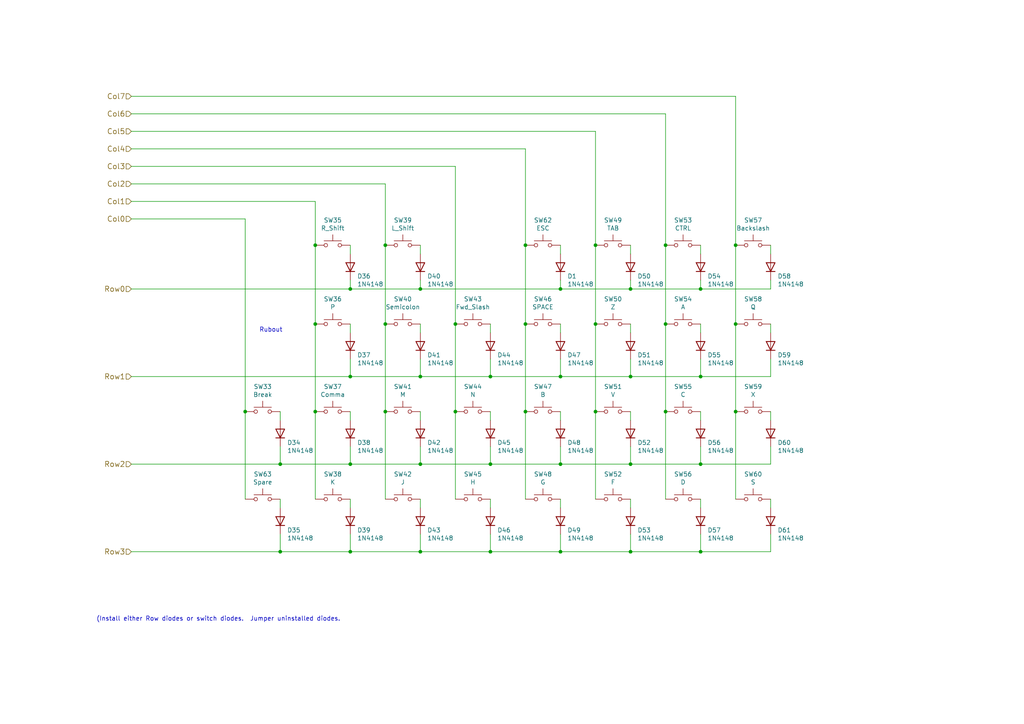
<source format=kicad_sch>
(kicad_sch (version 20230121) (generator eeschema)
  (paper "A4")
  (title_block (title "Unified Retro Keyboard") (date "2022-04-09") (rev "1.13") (company "OSIWeb.org") (comment 1 "Key Matrix 2 of 2"))
  (junction (at 193.04 93.98))
  (junction (at 81.28 160.02))
  (junction (at 172.72 119.38))
  (junction (at 142.24 160.02))
  (junction (at 162.56 109.22))
  (junction (at 152.4 119.38))
  (junction (at 203.2 83.82))
  (junction (at 152.4 71.12))
  (junction (at 111.76 119.38))
  (junction (at 81.28 134.62))
  (junction (at 132.08 119.38))
  (junction (at 91.44 71.12))
  (junction (at 101.6 83.82))
  (junction (at 101.6 160.02))
  (junction (at 162.56 160.02))
  (junction (at 121.92 109.22))
  (junction (at 121.92 83.82))
  (junction (at 213.36 71.12))
  (junction (at 182.88 160.02))
  (junction (at 121.92 134.62))
  (junction (at 142.24 109.22))
  (junction (at 121.92 160.02))
  (junction (at 182.88 134.62))
  (junction (at 182.88 83.82))
  (junction (at 132.08 93.98))
  (junction (at 91.44 119.38))
  (junction (at 203.2 109.22))
  (junction (at 152.4 93.98))
  (junction (at 71.12 119.38))
  (junction (at 172.72 71.12))
  (junction (at 101.6 134.62))
  (junction (at 213.36 93.98))
  (junction (at 101.6 109.22))
  (junction (at 142.24 134.62))
  (junction (at 91.44 93.98))
  (junction (at 172.72 93.98))
  (junction (at 111.76 93.98))
  (junction (at 213.36 119.38))
  (junction (at 162.56 134.62))
  (junction (at 203.2 134.62))
  (junction (at 111.76 71.12))
  (junction (at 193.04 119.38))
  (junction (at 182.88 109.22))
  (junction (at 193.04 71.12))
  (junction (at 203.2 160.02))
  (junction (at 162.56 83.82))
  (wire (pts (xy 101.6 93.98) (xy 101.6 96.52)))
  (wire (pts (xy 162.56 134.62) (xy 182.88 134.62)))
  (wire (pts (xy 223.52 147.32) (xy 223.52 144.78)))
  (wire (pts (xy 142.24 160.02) (xy 162.56 160.02)))
  (wire (pts (xy 132.08 119.38) (xy 132.08 144.78)))
  (wire (pts (xy 162.56 109.22) (xy 182.88 109.22)))
  (wire (pts (xy 132.08 93.98) (xy 132.08 119.38)))
  (wire (pts (xy 101.6 160.02) (xy 121.92 160.02)))
  (wire (pts (xy 121.92 104.14) (xy 121.92 109.22)))
  (wire (pts (xy 203.2 71.12) (xy 203.2 73.66)))
  (wire (pts (xy 203.2 119.38) (xy 203.2 121.92)))
  (wire (pts (xy 142.24 121.92) (xy 142.24 119.38)))
  (wire (pts (xy 38.1 109.22) (xy 101.6 109.22)))
  (wire (pts (xy 193.04 71.12) (xy 193.04 93.98)))
  (wire (pts (xy 101.6 121.92) (xy 101.6 119.38)))
  (wire (pts (xy 121.92 83.82) (xy 162.56 83.82)))
  (wire (pts (xy 182.88 96.52) (xy 182.88 93.98)))
  (wire (pts (xy 38.1 134.62) (xy 81.28 134.62)))
  (wire (pts (xy 121.92 129.54) (xy 121.92 134.62)))
  (wire (pts (xy 152.4 119.38) (xy 152.4 144.78)))
  (wire (pts (xy 121.92 109.22) (xy 142.24 109.22)))
  (wire (pts (xy 162.56 144.78) (xy 162.56 147.32)))
  (wire (pts (xy 81.28 134.62) (xy 101.6 134.62)))
  (wire (pts (xy 111.76 71.12) (xy 111.76 93.98)))
  (wire (pts (xy 182.88 71.12) (xy 182.88 73.66)))
  (wire (pts (xy 182.88 104.14) (xy 182.88 109.22)))
  (wire (pts (xy 203.2 154.94) (xy 203.2 160.02)))
  (wire (pts (xy 152.4 43.18) (xy 152.4 71.12)))
  (wire (pts (xy 38.1 48.26) (xy 132.08 48.26)))
  (wire (pts (xy 38.1 38.1) (xy 172.72 38.1)))
  (wire (pts (xy 142.24 104.14) (xy 142.24 109.22)))
  (wire (pts (xy 121.92 121.92) (xy 121.92 119.38)))
  (wire (pts (xy 162.56 121.92) (xy 162.56 119.38)))
  (wire (pts (xy 182.88 134.62) (xy 203.2 134.62)))
  (wire (pts (xy 182.88 160.02) (xy 203.2 160.02)))
  (wire (pts (xy 91.44 119.38) (xy 91.44 144.78)))
  (wire (pts (xy 223.52 119.38) (xy 223.52 121.92)))
  (wire (pts (xy 111.76 93.98) (xy 111.76 119.38)))
  (wire (pts (xy 142.24 154.94) (xy 142.24 160.02)))
  (wire (pts (xy 71.12 119.38) (xy 71.12 144.78)))
  (wire (pts (xy 223.52 81.28) (xy 223.52 83.82)))
  (wire (pts (xy 223.52 160.02) (xy 203.2 160.02)))
  (wire (pts (xy 142.24 129.54) (xy 142.24 134.62)))
  (wire (pts (xy 203.2 129.54) (xy 203.2 134.62)))
  (wire (pts (xy 172.72 38.1) (xy 172.72 71.12)))
  (wire (pts (xy 38.1 27.94) (xy 213.36 27.94)))
  (wire (pts (xy 162.56 71.12) (xy 162.56 73.66)))
  (wire (pts (xy 182.88 154.94) (xy 182.88 160.02)))
  (wire (pts (xy 101.6 83.82) (xy 121.92 83.82)))
  (wire (pts (xy 101.6 134.62) (xy 121.92 134.62)))
  (wire (pts (xy 101.6 104.14) (xy 101.6 109.22)))
  (wire (pts (xy 213.36 27.94) (xy 213.36 71.12)))
  (wire (pts (xy 101.6 81.28) (xy 101.6 83.82)))
  (wire (pts (xy 81.28 154.94) (xy 81.28 160.02)))
  (wire (pts (xy 81.28 144.78) (xy 81.28 147.32)))
  (wire (pts (xy 193.04 119.38) (xy 193.04 144.78)))
  (wire (pts (xy 101.6 144.78) (xy 101.6 147.32)))
  (wire (pts (xy 223.52 129.54) (xy 223.52 134.62)))
  (wire (pts (xy 182.88 119.38) (xy 182.88 121.92)))
  (wire (pts (xy 203.2 81.28) (xy 203.2 83.82)))
  (wire (pts (xy 81.28 121.92) (xy 81.28 119.38)))
  (wire (pts (xy 81.28 160.02) (xy 101.6 160.02)))
  (wire (pts (xy 121.92 81.28) (xy 121.92 83.82)))
  (wire (pts (xy 38.1 83.82) (xy 101.6 83.82)))
  (wire (pts (xy 152.4 71.12) (xy 152.4 93.98)))
  (wire (pts (xy 213.36 119.38) (xy 213.36 144.78)))
  (wire (pts (xy 223.52 154.94) (xy 223.52 160.02)))
  (wire (pts (xy 71.12 63.5) (xy 71.12 119.38)))
  (wire (pts (xy 142.24 144.78) (xy 142.24 147.32)))
  (wire (pts (xy 172.72 71.12) (xy 172.72 93.98)))
  (wire (pts (xy 223.52 109.22) (xy 203.2 109.22)))
  (wire (pts (xy 121.92 160.02) (xy 142.24 160.02)))
  (wire (pts (xy 203.2 96.52) (xy 203.2 93.98)))
  (wire (pts (xy 182.88 83.82) (xy 203.2 83.82)))
  (wire (pts (xy 101.6 109.22) (xy 121.92 109.22)))
  (wire (pts (xy 91.44 93.98) (xy 91.44 119.38)))
  (wire (pts (xy 38.1 43.18) (xy 152.4 43.18)))
  (wire (pts (xy 101.6 129.54) (xy 101.6 134.62)))
  (wire (pts (xy 162.56 96.52) (xy 162.56 93.98)))
  (wire (pts (xy 152.4 93.98) (xy 152.4 119.38)))
  (wire (pts (xy 203.2 104.14) (xy 203.2 109.22)))
  (wire (pts (xy 162.56 104.14) (xy 162.56 109.22)))
  (wire (pts (xy 223.52 71.12) (xy 223.52 73.66)))
  (wire (pts (xy 91.44 71.12) (xy 91.44 93.98)))
  (wire (pts (xy 38.1 33.02) (xy 193.04 33.02)))
  (wire (pts (xy 193.04 33.02) (xy 193.04 71.12)))
  (wire (pts (xy 142.24 96.52) (xy 142.24 93.98)))
  (wire (pts (xy 182.88 109.22) (xy 203.2 109.22)))
  (wire (pts (xy 223.52 134.62) (xy 203.2 134.62)))
  (wire (pts (xy 81.28 129.54) (xy 81.28 134.62)))
  (wire (pts (xy 182.88 129.54) (xy 182.88 134.62)))
  (wire (pts (xy 172.72 119.38) (xy 172.72 144.78)))
  (wire (pts (xy 223.52 96.52) (xy 223.52 93.98)))
  (wire (pts (xy 162.56 81.28) (xy 162.56 83.82)))
  (wire (pts (xy 38.1 58.42) (xy 91.44 58.42)))
  (wire (pts (xy 111.76 53.34) (xy 111.76 71.12)))
  (wire (pts (xy 162.56 129.54) (xy 162.56 134.62)))
  (wire (pts (xy 162.56 83.82) (xy 182.88 83.82)))
  (wire (pts (xy 162.56 154.94) (xy 162.56 160.02)))
  (wire (pts (xy 172.72 93.98) (xy 172.72 119.38)))
  (wire (pts (xy 142.24 134.62) (xy 162.56 134.62)))
  (wire (pts (xy 132.08 48.26) (xy 132.08 93.98)))
  (wire (pts (xy 38.1 160.02) (xy 81.28 160.02)))
  (wire (pts (xy 38.1 63.5) (xy 71.12 63.5)))
  (wire (pts (xy 121.92 71.12) (xy 121.92 73.66)))
  (wire (pts (xy 203.2 144.78) (xy 203.2 147.32)))
  (wire (pts (xy 101.6 71.12) (xy 101.6 73.66)))
  (wire (pts (xy 142.24 109.22) (xy 162.56 109.22)))
  (wire (pts (xy 111.76 119.38) (xy 111.76 144.78)))
  (wire (pts (xy 91.44 58.42) (xy 91.44 71.12)))
  (wire (pts (xy 121.92 93.98) (xy 121.92 96.52)))
  (wire (pts (xy 213.36 93.98) (xy 213.36 119.38)))
  (wire (pts (xy 121.92 144.78) (xy 121.92 147.32)))
  (wire (pts (xy 223.52 104.14) (xy 223.52 109.22)))
  (wire (pts (xy 182.88 144.78) (xy 182.88 147.32)))
  (wire (pts (xy 203.2 83.82) (xy 223.52 83.82)))
  (wire (pts (xy 101.6 154.94) (xy 101.6 160.02)))
  (wire (pts (xy 162.56 160.02) (xy 182.88 160.02)))
  (wire (pts (xy 193.04 93.98) (xy 193.04 119.38)))
  (wire (pts (xy 213.36 71.12) (xy 213.36 93.98)))
  (wire (pts (xy 38.1 53.34) (xy 111.76 53.34)))
  (wire (pts (xy 121.92 154.94) (xy 121.92 160.02)))
  (wire (pts (xy 182.88 81.28) (xy 182.88 83.82)))
  (wire (pts (xy 121.92 134.62) (xy 142.24 134.62)))
  (text "(Install either Row diodes or switch diodes.  Jumper uninstalled diodes." (at 27.94 180.34 0) (effects (font (size 1.27 1.27)) (justify left bottom)))
  (text "Rubout" (at 75.184 96.52 0) (effects (font (size 1.27 1.27)) (justify left bottom)))
  (hierarchical_label "Col7" (shape input) (at 38.1 27.94 180) (effects (font (size 1.524 1.524))))
  (hierarchical_label "Col2" (shape input) (at 38.1 53.34 180) (effects (font (size 1.524 1.524))))
  (hierarchical_label "Col3" (shape input) (at 38.1 48.26 180) (effects (font (size 1.524 1.524))))
  (hierarchical_label "Row3" (shape input) (at 38.1 160.02 180) (effects (font (size 1.524 1.524))))
  (hierarchical_label "Col4" (shape input) (at 38.1 43.18 180) (effects (font (size 1.524 1.524))))
  (hierarchical_label "Col1" (shape input) (at 38.1 58.42 180) (effects (font (size 1.524 1.524))))
  (hierarchical_label "Row2" (shape input) (at 38.1 134.62 180) (effects (font (size 1.524 1.524))))
  (hierarchical_label "Col5" (shape input) (at 38.1 38.1 180) (effects (font (size 1.524 1.524))))
  (hierarchical_label "Col6" (shape input) (at 38.1 33.02 180) (effects (font (size 1.524 1.524))))
  (hierarchical_label "Row1" (shape input) (at 38.1 109.22 180) (effects (font (size 1.524 1.524))))
  (hierarchical_label "Row0" (shape input) (at 38.1 83.82 180) (effects (font (size 1.524 1.524))))
  (hierarchical_label "Col0" (shape input) (at 38.1 63.5 180) (effects (font (size 1.524 1.524))))
  (symbol (lib_id "unikbd:SW Cherry MX/Futaba 1U Style A") (at 96.52 71.12 0) (unit 1)
    (property "Reference" "SW35" (at 96.52 63.881 0))
    (property "Value" "R_Shift" (at 96.52 66.1924 0))
    (property "Footprint" "unikbd:Key_MX" (effects hide))
    (property "Comment" "Common to all layouts" (effects hide))
    (property "Fitted" "YES" (effects hide))
    (property "Substitution OK" "NO" (effects hide))
    (property "Component Value" "Key" (effects hide))
    (property "Tolerance" "If applicable" (effects hide))
    (property "Manufacturer" "Cherry" (effects hide))
    (property "Manufacturer Link" "https://www.cherrymx.de/en/cherry-mx/mx-original/mx-black.html" (effects hide))
    (property "RoHS Document Link" "https://www.mouser.com/catalog/additional/Cherry_Electrical_Products_5409_RoHS_Certificate.pdf" (effects hide))
    (property "Manufacturer PN" "MX1A-11NN" (effects hide))
    (property "RoHS" "Yes" (effects hide))
    (property "Allow Substitution" "Yes" (effects hide))
    (property "Tracking" "No" (effects hide))
    (property "BOM Comment" "1.5U" (effects hide))
    (property "Component Type" "Switch" (effects hide))
    (property "Number of Pins" "2" (effects hide))
    (property "Temp (Operating)" "-40C/+170C" (effects hide))
    (property "Temp (Soldering)" "If applicable" (effects hide))
    (property "Temp Coeff." "If applicable" (effects hide))
    (property "Power Rating" "10 mA" (effects hide))
    (property "Material" "If applicable" (effects hide))
    (property "Class" "If applicable" (effects hide))
    (property "Standards Version" "1.1" (effects hide))
  )
  (symbol (lib_id "unikbd:SW Cherry MX/Futaba 1U Style A") (at 116.84 71.12 0) (unit 1)
    (property "Reference" "SW39" (at 116.84 63.881 0))
    (property "Value" "L_Shift" (at 116.84 66.1924 0))
    (property "Footprint" "unikbd:Key_MX" (effects hide))
    (property "Comment" "Common to all layouts" (effects hide))
    (property "Fitted" "YES" (effects hide))
    (property "Substitution OK" "NO" (effects hide))
    (property "Component Value" "Key" (effects hide))
    (property "Tolerance" "If applicable" (effects hide))
    (property "Manufacturer" "Cherry" (effects hide))
    (property "Manufacturer Link" "https://www.cherrymx.de/en/cherry-mx/mx-original/mx-black.html" (effects hide))
    (property "RoHS Document Link" "https://www.mouser.com/catalog/additional/Cherry_Electrical_Products_5409_RoHS_Certificate.pdf" (effects hide))
    (property "Manufacturer PN" "MX1A-11NN" (effects hide))
    (property "RoHS" "Yes" (effects hide))
    (property "Allow Substitution" "Yes" (effects hide))
    (property "Tracking" "No" (effects hide))
    (property "BOM Comment" "1.5U " (effects hide))
    (property "Component Type" "Switch" (effects hide))
    (property "Number of Pins" "2" (effects hide))
    (property "Temp (Operating)" "-40C/+170C" (effects hide))
    (property "Temp (Soldering)" "If applicable" (effects hide))
    (property "Temp Coeff." "If applicable" (effects hide))
    (property "Power Rating" "10 mA" (effects hide))
    (property "Material" "If applicable" (effects hide))
    (property "Class" "If applicable" (effects hide))
    (property "Standards Version" "1.1" (effects hide))
  )
  (symbol (lib_id "unikbd:SW Cherry MX/Futaba 1U Style A") (at 177.8 71.12 0) (unit 1)
    (property "Reference" "SW49" (at 177.8 63.881 0))
    (property "Value" "TAB" (at 177.8 66.1924 0))
    (property "Footprint" "unikbd:Key_MX" (effects hide))
    (property "Comment" "Common to all layouts" (effects hide))
    (property "Fitted" "YES" (effects hide))
    (property "Substitution OK" "NO" (effects hide))
    (property "Component Value" "Key" (effects hide))
    (property "Tolerance" "If applicable" (effects hide))
    (property "Manufacturer" "Cherry" (effects hide))
    (property "Manufacturer Link" "https://www.cherrymx.de/en/cherry-mx/mx-original/mx-black.html" (effects hide))
    (property "RoHS Document Link" "https://www.mouser.com/catalog/additional/Cherry_Electrical_Products_5409_RoHS_Certificate.pdf" (effects hide))
    (property "Manufacturer PN" "MX1A-11NN" (effects hide))
    (property "RoHS" "Yes" (effects hide))
    (property "Allow Substitution" "Yes" (effects hide))
    (property "Tracking" "No" (effects hide))
    (property "Component Type" "Switch" (effects hide))
    (property "Number of Pins" "2" (effects hide))
    (property "Temp (Operating)" "-40C/+170C" (effects hide))
    (property "Temp (Soldering)" "If applicable" (effects hide))
    (property "Temp Coeff." "If applicable" (effects hide))
    (property "Power Rating" "10 mA" (effects hide))
    (property "Material" "If applicable" (effects hide))
    (property "Class" "If applicable" (effects hide))
    (property "Standards Version" "1.1" (effects hide))
  )
  (symbol (lib_id "unikbd:SW Cherry MX/Futaba 1U Style A") (at 218.44 71.12 0) (unit 1)
    (property "Reference" "SW57" (at 218.44 63.881 0))
    (property "Value" "Backslash" (at 218.44 66.1924 0))
    (property "Footprint" "unikbd:Key_MX" (effects hide))
    (property "Comment" "Common to all layouts" (effects hide))
    (property "Fitted" "YES" (effects hide))
    (property "Substitution OK" "NO" (effects hide))
    (property "Component Value" "Key" (effects hide))
    (property "Tolerance" "If applicable" (effects hide))
    (property "Manufacturer" "Cherry" (effects hide))
    (property "Manufacturer Link" "https://www.cherrymx.de/en/cherry-mx/mx-original/mx-black.html" (effects hide))
    (property "RoHS Document Link" "https://www.mouser.com/catalog/additional/Cherry_Electrical_Products_5409_RoHS_Certificate.pdf" (effects hide))
    (property "Manufacturer PN" "MX1A-11NN" (effects hide))
    (property "RoHS" "Yes" (effects hide))
    (property "Allow Substitution" "Yes" (effects hide))
    (property "Tracking" "No" (effects hide))
    (property "Component Type" "Switch" (effects hide))
    (property "Number of Pins" "2" (effects hide))
    (property "Temp (Operating)" "-40C/+170C" (effects hide))
    (property "Temp (Soldering)" "If applicable" (effects hide))
    (property "Temp Coeff." "If applicable" (effects hide))
    (property "Power Rating" "10 mA" (effects hide))
    (property "Material" "If applicable" (effects hide))
    (property "Class" "If applicable" (effects hide))
    (property "Standards Version" "1.1" (effects hide))
  )
  (symbol (lib_id "unikbd:SW Cherry MX/Futaba 1U Style A") (at 198.12 71.12 0) (unit 1)
    (property "Reference" "SW53" (at 198.12 63.881 0))
    (property "Value" "CTRL" (at 198.12 66.1924 0))
    (property "Footprint" "unikbd:Key_MX" (effects hide))
    (property "Comment" "Common to all layouts" (effects hide))
    (property "Fitted" "YES" (effects hide))
    (property "Substitution OK" "NO" (effects hide))
    (property "Component Value" "Key" (effects hide))
    (property "Tolerance" "If applicable" (effects hide))
    (property "Manufacturer" "Cherry" (effects hide))
    (property "Manufacturer Link" "https://www.cherrymx.de/en/cherry-mx/mx-original/mx-black.html" (effects hide))
    (property "RoHS Document Link" "https://www.mouser.com/catalog/additional/Cherry_Electrical_Products_5409_RoHS_Certificate.pdf" (effects hide))
    (property "Manufacturer PN" "MX1A-11NN" (effects hide))
    (property "RoHS" "Yes" (effects hide))
    (property "Allow Substitution" "Yes" (effects hide))
    (property "Tracking" "No" (effects hide))
    (property "Component Type" "Switch" (effects hide))
    (property "Number of Pins" "2" (effects hide))
    (property "Temp (Operating)" "-40C/+170C" (effects hide))
    (property "Temp (Soldering)" "If applicable" (effects hide))
    (property "Temp Coeff." "If applicable" (effects hide))
    (property "Power Rating" "10 mA" (effects hide))
    (property "Material" "If applicable" (effects hide))
    (property "Class" "If applicable" (effects hide))
    (property "Standards Version" "1.1" (effects hide))
  )
  (symbol (lib_id "unikbd:diode-combined") (at 101.6 81.28 90) (unit 1)
    (property "Reference" "D36" (at 103.6066 80.1116 90) (effects (justify right)))
    (property "Value" "1N4148" (at 103.6066 82.423 90) (effects (justify right)))
    (property "Footprint" "unikbd:diode-combined" (effects hide))
    (property "Datasheet" "https://www.diodes.com/assets/Datasheets/BAS16_MMBD4148_MMBD914.pdf" (effects hide))
    (property "Fitted" "Yes" (effects hide))
    (property "Substitution OK" " YES " (effects hide))
    (property "Comment" "<1.25V forward voltage.  " (effects hide))
    (property "Manufacturer" "Diodes, Inc." (effects hide))
    (property "Manufacturer Part Number" "MMBD914LT3G " (effects hide))
    (property "Package" " SOT-23-3 " (effects hide))
    (property "LCSC" "C118751" (effects hide))
    (property "Manufacturer PN" "MMBD914-7-F" (effects hide))
    (property "Component Value" "19N14/MMBD914" (effects hide))
    (property "Tolerance" "If applicable" (effects hide))
    (property "Manufacturer Link" "https://www.diodes.com/part/view/MMBD914" (effects hide))
    (property "RoHS Document Link" "https://www.diodes.com/assets/Quality-Reliability-Docs/Master_CofC.pdf" (effects hide))
    (property "RoHS" "Yes" (effects hide))
    (property "Allow Substitution" "Yes" (effects hide))
    (property "Tracking" "No" (effects hide))
    (property "BOM Comment" "Either SMT or Through-Hole part (1n914 or 1n4148) is fitted but not both.  " (effects hide))
    (property "Component Type" "Diode" (effects hide))
    (property "Package Type" "SOT3-3" (effects hide))
    (property "Number of Pins" "3" (effects hide))
    (property "Temp (Storage)" "If applicable" (effects hide))
    (property "Temp (Operating)" "-65C/150C" (effects hide))
    (property "Temp (Soldering)" "If applicable" (effects hide))
    (property "Temp Coeff." "If applicable" (effects hide))
    (property "Power Rating" "350 mW / 200 mA" (effects hide))
    (property "Material" "If applicable" (effects hide))
    (property "Class" "If applicable" (effects hide))
    (property "Standards Version" "1.1" (effects hide))
  )
  (symbol (lib_id "unikbd:diode-combined") (at 121.92 81.28 90) (unit 1)
    (property "Reference" "D40" (at 123.9266 80.1116 90) (effects (justify right)))
    (property "Value" "1N4148" (at 123.9266 82.423 90) (effects (justify right)))
    (property "Footprint" "unikbd:diode-combined" (effects hide))
    (property "Datasheet" "https://www.diodes.com/assets/Datasheets/BAS16_MMBD4148_MMBD914.pdf" (effects hide))
    (property "Fitted" "Yes" (effects hide))
    (property "Substitution OK" " YES " (effects hide))
    (property "Comment" "<1.25V forward voltage.  " (effects hide))
    (property "Manufacturer" "Diodes, Inc." (effects hide))
    (property "Manufacturer Part Number" "MMBD914LT3G " (effects hide))
    (property "Package" " SOT-23-3 " (effects hide))
    (property "LCSC" "C118751" (effects hide))
    (property "Manufacturer PN" "MMBD914-7-F" (effects hide))
    (property "Component Value" "19N14/MMBD914" (effects hide))
    (property "Tolerance" "If applicable" (effects hide))
    (property "Manufacturer Link" "https://www.diodes.com/part/view/MMBD914" (effects hide))
    (property "RoHS Document Link" "https://www.diodes.com/assets/Quality-Reliability-Docs/Master_CofC.pdf" (effects hide))
    (property "RoHS" "Yes" (effects hide))
    (property "Allow Substitution" "Yes" (effects hide))
    (property "Tracking" "No" (effects hide))
    (property "BOM Comment" "Either SMT or Through-Hole part (1n914 or 1n4148) is fitted but not both.  " (effects hide))
    (property "Component Type" "Diode" (effects hide))
    (property "Package Type" "SOT3-3" (effects hide))
    (property "Number of Pins" "3" (effects hide))
    (property "Temp (Storage)" "If applicable" (effects hide))
    (property "Temp (Operating)" "-65C/150C" (effects hide))
    (property "Temp (Soldering)" "If applicable" (effects hide))
    (property "Temp Coeff." "If applicable" (effects hide))
    (property "Power Rating" "350 mW / 200 mA" (effects hide))
    (property "Material" "If applicable" (effects hide))
    (property "Class" "If applicable" (effects hide))
    (property "Standards Version" "1.1" (effects hide))
  )
  (symbol (lib_id "unikbd:diode-combined") (at 182.88 81.28 90) (unit 1)
    (property "Reference" "D50" (at 184.8866 80.1116 90) (effects (justify right)))
    (property "Value" "1N4148" (at 184.8866 82.423 90) (effects (justify right)))
    (property "Footprint" "unikbd:diode-combined" (effects hide))
    (property "Datasheet" "https://www.diodes.com/assets/Datasheets/BAS16_MMBD4148_MMBD914.pdf" (effects hide))
    (property "Fitted" "Yes" (effects hide))
    (property "Substitution OK" " YES " (effects hide))
    (property "Comment" "<1.25V forward voltage.  " (effects hide))
    (property "Manufacturer" "Diodes, Inc." (effects hide))
    (property "Manufacturer Part Number" "MMBD914LT3G " (effects hide))
    (property "Package" " SOT-23-3 " (effects hide))
    (property "LCSC" "C118751" (effects hide))
    (property "Manufacturer PN" "MMBD914-7-F" (effects hide))
    (property "Component Value" "19N14/MMBD914" (effects hide))
    (property "Tolerance" "If applicable" (effects hide))
    (property "Manufacturer Link" "https://www.diodes.com/part/view/MMBD914" (effects hide))
    (property "RoHS Document Link" "https://www.diodes.com/assets/Quality-Reliability-Docs/Master_CofC.pdf" (effects hide))
    (property "RoHS" "Yes" (effects hide))
    (property "Allow Substitution" "Yes" (effects hide))
    (property "Tracking" "No" (effects hide))
    (property "BOM Comment" "Either SMT or Through-Hole part (1n914 or 1n4148) is fitted but not both.  " (effects hide))
    (property "Component Type" "Diode" (effects hide))
    (property "Package Type" "SOT3-3" (effects hide))
    (property "Number of Pins" "3" (effects hide))
    (property "Temp (Storage)" "If applicable" (effects hide))
    (property "Temp (Operating)" "-65C/150C" (effects hide))
    (property "Temp (Soldering)" "If applicable" (effects hide))
    (property "Temp Coeff." "If applicable" (effects hide))
    (property "Power Rating" "350 mW / 200 mA" (effects hide))
    (property "Material" "If applicable" (effects hide))
    (property "Class" "If applicable" (effects hide))
    (property "Standards Version" "1.1" (effects hide))
  )
  (symbol (lib_id "unikbd:diode-combined") (at 203.2 81.28 90) (unit 1)
    (property "Reference" "D54" (at 205.2066 80.1116 90) (effects (justify right)))
    (property "Value" "1N4148" (at 205.2066 82.423 90) (effects (justify right)))
    (property "Footprint" "unikbd:diode-combined" (effects hide))
    (property "Datasheet" "https://www.diodes.com/assets/Datasheets/BAS16_MMBD4148_MMBD914.pdf" (effects hide))
    (property "Fitted" "Yes" (effects hide))
    (property "Substitution OK" " YES " (effects hide))
    (property "Comment" "<1.25V forward voltage.  " (effects hide))
    (property "Manufacturer" "Diodes, Inc." (effects hide))
    (property "Manufacturer Part Number" "MMBD914LT3G " (effects hide))
    (property "Package" " SOT-23-3 " (effects hide))
    (property "LCSC" "C118751" (effects hide))
    (property "Manufacturer PN" "MMBD914-7-F" (effects hide))
    (property "Component Value" "19N14/MMBD914" (effects hide))
    (property "Tolerance" "If applicable" (effects hide))
    (property "Manufacturer Link" "https://www.diodes.com/part/view/MMBD914" (effects hide))
    (property "RoHS Document Link" "https://www.diodes.com/assets/Quality-Reliability-Docs/Master_CofC.pdf" (effects hide))
    (property "RoHS" "Yes" (effects hide))
    (property "Allow Substitution" "Yes" (effects hide))
    (property "Tracking" "No" (effects hide))
    (property "BOM Comment" "Either SMT or Through-Hole part (1n914 or 1n4148) is fitted but not both.  " (effects hide))
    (property "Component Type" "Diode" (effects hide))
    (property "Package Type" "SOT3-3" (effects hide))
    (property "Number of Pins" "3" (effects hide))
    (property "Temp (Storage)" "If applicable" (effects hide))
    (property "Temp (Operating)" "-65C/150C" (effects hide))
    (property "Temp (Soldering)" "If applicable" (effects hide))
    (property "Temp Coeff." "If applicable" (effects hide))
    (property "Power Rating" "350 mW / 200 mA" (effects hide))
    (property "Material" "If applicable" (effects hide))
    (property "Class" "If applicable" (effects hide))
    (property "Standards Version" "1.1" (effects hide))
  )
  (symbol (lib_id "unikbd:diode-combined") (at 223.52 81.28 90) (unit 1)
    (property "Reference" "D58" (at 225.5266 80.1116 90) (effects (justify right)))
    (property "Value" "1N4148" (at 225.5266 82.423 90) (effects (justify right)))
    (property "Footprint" "unikbd:diode-combined" (effects hide))
    (property "Datasheet" "https://www.diodes.com/assets/Datasheets/BAS16_MMBD4148_MMBD914.pdf" (effects hide))
    (property "Fitted" "Yes" (effects hide))
    (property "Substitution OK" " YES " (effects hide))
    (property "Comment" "<1.25V forward voltage.  " (effects hide))
    (property "Manufacturer" "Diodes, Inc." (effects hide))
    (property "Manufacturer Part Number" "MMBD914LT3G " (effects hide))
    (property "Package" " SOT-23-3 " (effects hide))
    (property "LCSC" "C118751" (effects hide))
    (property "Manufacturer PN" "MMBD914-7-F" (effects hide))
    (property "Component Value" "19N14/MMBD914" (effects hide))
    (property "Tolerance" "If applicable" (effects hide))
    (property "Manufacturer Link" "https://www.diodes.com/part/view/MMBD914" (effects hide))
    (property "RoHS Document Link" "https://www.diodes.com/assets/Quality-Reliability-Docs/Master_CofC.pdf" (effects hide))
    (property "RoHS" "Yes" (effects hide))
    (property "Allow Substitution" "Yes" (effects hide))
    (property "Tracking" "No" (effects hide))
    (property "BOM Comment" "Either SMT or Through-Hole part (1n914 or 1n4148) is fitted but not both.  " (effects hide))
    (property "Component Type" "Diode" (effects hide))
    (property "Package Type" "SOT3-3" (effects hide))
    (property "Number of Pins" "3" (effects hide))
    (property "Temp (Storage)" "If applicable" (effects hide))
    (property "Temp (Operating)" "-65C/150C" (effects hide))
    (property "Temp (Soldering)" "If applicable" (effects hide))
    (property "Temp Coeff." "If applicable" (effects hide))
    (property "Power Rating" "350 mW / 200 mA" (effects hide))
    (property "Material" "If applicable" (effects hide))
    (property "Class" "If applicable" (effects hide))
    (property "Standards Version" "1.1" (effects hide))
  )
  (symbol (lib_id "unikbd:SW Cherry MX/Futaba 1U Style A") (at 96.52 93.98 0) (unit 1)
    (property "Reference" "SW36" (at 96.52 86.741 0))
    (property "Value" "P" (at 96.52 89.0524 0))
    (property "Footprint" "unikbd:Key_MX" (effects hide))
    (property "Comment" "Common to all layouts" (effects hide))
    (property "Fitted" "YES" (effects hide))
    (property "Substitution OK" "NO" (effects hide))
    (property "Component Value" "Key" (effects hide))
    (property "Tolerance" "If applicable" (effects hide))
    (property "Manufacturer" "Cherry" (effects hide))
    (property "Manufacturer Link" "https://www.cherrymx.de/en/cherry-mx/mx-original/mx-black.html" (effects hide))
    (property "RoHS Document Link" "https://www.mouser.com/catalog/additional/Cherry_Electrical_Products_5409_RoHS_Certificate.pdf" (effects hide))
    (property "Manufacturer PN" "MX1A-11NN" (effects hide))
    (property "RoHS" "Yes" (effects hide))
    (property "Allow Substitution" "Yes" (effects hide))
    (property "Tracking" "No" (effects hide))
    (property "Component Type" "Switch" (effects hide))
    (property "Number of Pins" "2" (effects hide))
    (property "Temp (Operating)" "-40C/+170C" (effects hide))
    (property "Temp (Soldering)" "If applicable" (effects hide))
    (property "Temp Coeff." "If applicable" (effects hide))
    (property "Power Rating" "10 mA" (effects hide))
    (property "Material" "If applicable" (effects hide))
    (property "Class" "If applicable" (effects hide))
    (property "Standards Version" "1.1" (effects hide))
  )
  (symbol (lib_id "unikbd:SW Cherry MX/Futaba 1U Style A") (at 137.16 93.98 0) (unit 1)
    (property "Reference" "SW43" (at 137.16 86.741 0))
    (property "Value" "Fwd_Slash" (at 137.16 89.0524 0))
    (property "Footprint" "unikbd:Key_MX" (effects hide))
    (property "Comment" "Common to all layouts" (effects hide))
    (property "Fitted" "YES" (effects hide))
    (property "Substitution OK" "NO" (effects hide))
    (property "Component Value" "Key" (effects hide))
    (property "Tolerance" "If applicable" (effects hide))
    (property "Manufacturer" "Cherry" (effects hide))
    (property "Manufacturer Link" "https://www.cherrymx.de/en/cherry-mx/mx-original/mx-black.html" (effects hide))
    (property "RoHS Document Link" "https://www.mouser.com/catalog/additional/Cherry_Electrical_Products_5409_RoHS_Certificate.pdf" (effects hide))
    (property "Manufacturer PN" "MX1A-11NN" (effects hide))
    (property "RoHS" "Yes" (effects hide))
    (property "Allow Substitution" "Yes" (effects hide))
    (property "Tracking" "No" (effects hide))
    (property "Component Type" "Switch" (effects hide))
    (property "Number of Pins" "2" (effects hide))
    (property "Temp (Operating)" "-40C/+170C" (effects hide))
    (property "Temp (Soldering)" "If applicable" (effects hide))
    (property "Temp Coeff." "If applicable" (effects hide))
    (property "Power Rating" "10 mA" (effects hide))
    (property "Material" "If applicable" (effects hide))
    (property "Class" "If applicable" (effects hide))
    (property "Standards Version" "1.1" (effects hide))
  )
  (symbol (lib_id "unikbd:SW Cherry MX/Futaba 1U Style A") (at 116.84 93.98 0) (unit 1)
    (property "Reference" "SW40" (at 116.84 86.741 0))
    (property "Value" "Semicolon" (at 116.84 89.0524 0))
    (property "Footprint" "unikbd:Key_MX" (effects hide))
    (property "Comment" "Common to all layouts" (effects hide))
    (property "Fitted" "YES" (effects hide))
    (property "Substitution OK" "NO" (effects hide))
    (property "Component Value" "Key" (effects hide))
    (property "Tolerance" "If applicable" (effects hide))
    (property "Manufacturer" "Cherry" (effects hide))
    (property "Manufacturer Link" "https://www.cherrymx.de/en/cherry-mx/mx-original/mx-black.html" (effects hide))
    (property "RoHS Document Link" "https://www.mouser.com/catalog/additional/Cherry_Electrical_Products_5409_RoHS_Certificate.pdf" (effects hide))
    (property "Manufacturer PN" "MX1A-11NN" (effects hide))
    (property "RoHS" "Yes" (effects hide))
    (property "Allow Substitution" "Yes" (effects hide))
    (property "Tracking" "No" (effects hide))
    (property "Component Type" "Switch" (effects hide))
    (property "Number of Pins" "2" (effects hide))
    (property "Temp (Operating)" "-40C/+170C" (effects hide))
    (property "Temp (Soldering)" "If applicable" (effects hide))
    (property "Temp Coeff." "If applicable" (effects hide))
    (property "Power Rating" "10 mA" (effects hide))
    (property "Material" "If applicable" (effects hide))
    (property "Class" "If applicable" (effects hide))
    (property "Standards Version" "1.1" (effects hide))
  )
  (symbol (lib_id "unikbd:SW Cherry MX/Futaba 8U Spacebar Style A") (at 157.48 93.98 0) (unit 1)
    (property "Reference" "SW46" (at 157.48 86.741 0))
    (property "Value" "SPACE" (at 157.48 89.0524 0))
    (property "Footprint" "unikbd:Key_MX_Spacebar_5.25" (effects hide))
    (property "Comment" "Common to all layouts" (effects hide))
    (property "Fitted" "YES" (effects hide))
    (property "Substitution OK" "NO" (effects hide))
    (property "Component Value" "Key" (effects hide))
    (property "Tolerance" "If applicable" (effects hide))
    (property "Manufacturer" "Cherry" (effects hide))
    (property "Manufacturer Link" "https://www.cherrymx.de/en/cherry-mx/mx-original/mx-black.html" (effects hide))
    (property "RoHS Document Link" "https://www.mouser.com/catalog/additional/Cherry_Electrical_Products_5409_RoHS_Certificate.pdf" (effects hide))
    (property "Manufacturer PN" "MX1A-11NN" (effects hide))
    (property "RoHS" "Yes" (effects hide))
    (property "Allow Substitution" "Yes" (effects hide))
    (property "Tracking" "No" (effects hide))
    (property "BOM Comment" "8U spacebar" (effects hide))
    (property "Component Type" "Switch" (effects hide))
    (property "Number of Pins" "2" (effects hide))
    (property "Temp (Operating)" "-40C/+170C" (effects hide))
    (property "Temp (Soldering)" "If applicable" (effects hide))
    (property "Temp Coeff." "If applicable" (effects hide))
    (property "Power Rating" "10 mA" (effects hide))
    (property "Material" "If applicable" (effects hide))
    (property "Class" "If applicable" (effects hide))
    (property "Standards Version" "1.1" (effects hide))
  )
  (symbol (lib_id "unikbd:SW Cherry MX/Futaba 1U Style A") (at 177.8 93.98 0) (unit 1)
    (property "Reference" "SW50" (at 177.8 86.741 0))
    (property "Value" "Z" (at 177.8 89.0524 0))
    (property "Footprint" "unikbd:Key_MX" (effects hide))
    (property "Comment" "Common to all layouts" (effects hide))
    (property "Fitted" "YES" (effects hide))
    (property "Substitution OK" "NO" (effects hide))
    (property "Component Value" "Key" (effects hide))
    (property "Tolerance" "If applicable" (effects hide))
    (property "Manufacturer" "Cherry" (effects hide))
    (property "Manufacturer Link" "https://www.cherrymx.de/en/cherry-mx/mx-original/mx-black.html" (effects hide))
    (property "RoHS Document Link" "https://www.mouser.com/catalog/additional/Cherry_Electrical_Products_5409_RoHS_Certificate.pdf" (effects hide))
    (property "Manufacturer PN" "MX1A-11NN" (effects hide))
    (property "RoHS" "Yes" (effects hide))
    (property "Allow Substitution" "Yes" (effects hide))
    (property "Tracking" "No" (effects hide))
    (property "Component Type" "Switch" (effects hide))
    (property "Number of Pins" "2" (effects hide))
    (property "Temp (Operating)" "-40C/+170C" (effects hide))
    (property "Temp (Soldering)" "If applicable" (effects hide))
    (property "Temp Coeff." "If applicable" (effects hide))
    (property "Power Rating" "10 mA" (effects hide))
    (property "Material" "If applicable" (effects hide))
    (property "Class" "If applicable" (effects hide))
    (property "Standards Version" "1.1" (effects hide))
  )
  (symbol (lib_id "unikbd:SW Cherry MX/Futaba 1U Style A") (at 218.44 93.98 0) (unit 1)
    (property "Reference" "SW58" (at 218.44 86.741 0))
    (property "Value" "Q" (at 218.44 89.0524 0))
    (property "Footprint" "unikbd:Key_MX" (effects hide))
    (property "Comment" "Common to all layouts" (effects hide))
    (property "Fitted" "YES" (effects hide))
    (property "Substitution OK" "NO" (effects hide))
    (property "Component Value" "Key" (effects hide))
    (property "Tolerance" "If applicable" (effects hide))
    (property "Manufacturer" "Cherry" (effects hide))
    (property "Manufacturer Link" "https://www.cherrymx.de/en/cherry-mx/mx-original/mx-black.html" (effects hide))
    (property "RoHS Document Link" "https://www.mouser.com/catalog/additional/Cherry_Electrical_Products_5409_RoHS_Certificate.pdf" (effects hide))
    (property "Manufacturer PN" "MX1A-11NN" (effects hide))
    (property "RoHS" "Yes" (effects hide))
    (property "Allow Substitution" "Yes" (effects hide))
    (property "Tracking" "No" (effects hide))
    (property "Component Type" "Switch" (effects hide))
    (property "Number of Pins" "2" (effects hide))
    (property "Temp (Operating)" "-40C/+170C" (effects hide))
    (property "Temp (Soldering)" "If applicable" (effects hide))
    (property "Temp Coeff." "If applicable" (effects hide))
    (property "Power Rating" "10 mA" (effects hide))
    (property "Material" "If applicable" (effects hide))
    (property "Class" "If applicable" (effects hide))
    (property "Standards Version" "1.1" (effects hide))
  )
  (symbol (lib_id "unikbd:SW Cherry MX/Futaba 1U Style A") (at 198.12 93.98 0) (unit 1)
    (property "Reference" "SW54" (at 198.12 86.741 0))
    (property "Value" "A" (at 198.12 89.0524 0))
    (property "Footprint" "unikbd:Key_MX" (effects hide))
    (property "Comment" "Common to all layouts" (effects hide))
    (property "Fitted" "YES" (effects hide))
    (property "Substitution OK" "NO" (effects hide))
    (property "Component Value" "Key" (effects hide))
    (property "Tolerance" "If applicable" (effects hide))
    (property "Manufacturer" "Cherry" (effects hide))
    (property "Manufacturer Link" "https://www.cherrymx.de/en/cherry-mx/mx-original/mx-black.html" (effects hide))
    (property "RoHS Document Link" "https://www.mouser.com/catalog/additional/Cherry_Electrical_Products_5409_RoHS_Certificate.pdf" (effects hide))
    (property "Manufacturer PN" "MX1A-11NN" (effects hide))
    (property "RoHS" "Yes" (effects hide))
    (property "Allow Substitution" "Yes" (effects hide))
    (property "Tracking" "No" (effects hide))
    (property "Component Type" "Switch" (effects hide))
    (property "Number of Pins" "2" (effects hide))
    (property "Temp (Operating)" "-40C/+170C" (effects hide))
    (property "Temp (Soldering)" "If applicable" (effects hide))
    (property "Temp Coeff." "If applicable" (effects hide))
    (property "Power Rating" "10 mA" (effects hide))
    (property "Material" "If applicable" (effects hide))
    (property "Class" "If applicable" (effects hide))
    (property "Standards Version" "1.1" (effects hide))
  )
  (symbol (lib_id "unikbd:diode-combined") (at 101.6 104.14 90) (unit 1)
    (property "Reference" "D37" (at 103.6066 102.9716 90) (effects (justify right)))
    (property "Value" "1N4148" (at 103.6066 105.283 90) (effects (justify right)))
    (property "Footprint" "unikbd:diode-combined" (effects hide))
    (property "Datasheet" "https://www.diodes.com/assets/Datasheets/BAS16_MMBD4148_MMBD914.pdf" (effects hide))
    (property "Fitted" "Yes" (effects hide))
    (property "Substitution OK" " YES " (effects hide))
    (property "Comment" "<1.25V forward voltage.  " (effects hide))
    (property "Manufacturer" "Diodes, Inc." (effects hide))
    (property "Manufacturer Part Number" "MMBD914LT3G " (effects hide))
    (property "Package" " SOT-23-3 " (effects hide))
    (property "LCSC" "C118751" (effects hide))
    (property "Manufacturer PN" "MMBD914-7-F" (effects hide))
    (property "Component Value" "19N14/MMBD914" (effects hide))
    (property "Tolerance" "If applicable" (effects hide))
    (property "Manufacturer Link" "https://www.diodes.com/part/view/MMBD914" (effects hide))
    (property "RoHS Document Link" "https://www.diodes.com/assets/Quality-Reliability-Docs/Master_CofC.pdf" (effects hide))
    (property "RoHS" "Yes" (effects hide))
    (property "Allow Substitution" "Yes" (effects hide))
    (property "Tracking" "No" (effects hide))
    (property "BOM Comment" "Either SMT or Through-Hole part (1n914 or 1n4148) is fitted but not both.  " (effects hide))
    (property "Component Type" "Diode" (effects hide))
    (property "Package Type" "SOT3-3" (effects hide))
    (property "Number of Pins" "3" (effects hide))
    (property "Temp (Storage)" "If applicable" (effects hide))
    (property "Temp (Operating)" "-65C/150C" (effects hide))
    (property "Temp (Soldering)" "If applicable" (effects hide))
    (property "Temp Coeff." "If applicable" (effects hide))
    (property "Power Rating" "350 mW / 200 mA" (effects hide))
    (property "Material" "If applicable" (effects hide))
    (property "Class" "If applicable" (effects hide))
    (property "Standards Version" "1.1" (effects hide))
  )
  (symbol (lib_id "unikbd:diode-combined") (at 121.92 104.14 90) (unit 1)
    (property "Reference" "D41" (at 123.9266 102.9716 90) (effects (justify right)))
    (property "Value" "1N4148" (at 123.9266 105.283 90) (effects (justify right)))
    (property "Footprint" "unikbd:diode-combined" (effects hide))
    (property "Datasheet" "https://www.diodes.com/assets/Datasheets/BAS16_MMBD4148_MMBD914.pdf" (effects hide))
    (property "Fitted" "Yes" (effects hide))
    (property "Substitution OK" " YES " (effects hide))
    (property "Comment" "<1.25V forward voltage.  " (effects hide))
    (property "Manufacturer" "Diodes, Inc." (effects hide))
    (property "Manufacturer Part Number" "MMBD914LT3G " (effects hide))
    (property "Package" " SOT-23-3 " (effects hide))
    (property "LCSC" "C118751" (effects hide))
    (property "Manufacturer PN" "MMBD914-7-F" (effects hide))
    (property "Component Value" "19N14/MMBD914" (effects hide))
    (property "Tolerance" "If applicable" (effects hide))
    (property "Manufacturer Link" "https://www.diodes.com/part/view/MMBD914" (effects hide))
    (property "RoHS Document Link" "https://www.diodes.com/assets/Quality-Reliability-Docs/Master_CofC.pdf" (effects hide))
    (property "RoHS" "Yes" (effects hide))
    (property "Allow Substitution" "Yes" (effects hide))
    (property "Tracking" "No" (effects hide))
    (property "BOM Comment" "Either SMT or Through-Hole part (1n914 or 1n4148) is fitted but not both.  " (effects hide))
    (property "Component Type" "Diode" (effects hide))
    (property "Package Type" "SOT3-3" (effects hide))
    (property "Number of Pins" "3" (effects hide))
    (property "Temp (Storage)" "If applicable" (effects hide))
    (property "Temp (Operating)" "-65C/150C" (effects hide))
    (property "Temp (Soldering)" "If applicable" (effects hide))
    (property "Temp Coeff." "If applicable" (effects hide))
    (property "Power Rating" "350 mW / 200 mA" (effects hide))
    (property "Material" "If applicable" (effects hide))
    (property "Class" "If applicable" (effects hide))
    (property "Standards Version" "1.1" (effects hide))
  )
  (symbol (lib_id "unikbd:diode-combined") (at 142.24 104.14 90) (unit 1)
    (property "Reference" "D44" (at 144.2466 102.9716 90) (effects (justify right)))
    (property "Value" "1N4148" (at 144.2466 105.283 90) (effects (justify right)))
    (property "Footprint" "unikbd:diode-combined" (effects hide))
    (property "Datasheet" "https://www.diodes.com/assets/Datasheets/BAS16_MMBD4148_MMBD914.pdf" (effects hide))
    (property "Fitted" "Yes" (effects hide))
    (property "Substitution OK" " YES " (effects hide))
    (property "Comment" "<1.25V forward voltage.  " (effects hide))
    (property "Manufacturer" "Diodes, Inc." (effects hide))
    (property "Manufacturer Part Number" "MMBD914LT3G " (effects hide))
    (property "Package" " SOT-23-3 " (effects hide))
    (property "LCSC" "C118751" (effects hide))
    (property "Manufacturer PN" "MMBD914-7-F" (effects hide))
    (property "Component Value" "19N14/MMBD914" (effects hide))
    (property "Tolerance" "If applicable" (effects hide))
    (property "Manufacturer Link" "https://www.diodes.com/part/view/MMBD914" (effects hide))
    (property "RoHS Document Link" "https://www.diodes.com/assets/Quality-Reliability-Docs/Master_CofC.pdf" (effects hide))
    (property "RoHS" "Yes" (effects hide))
    (property "Allow Substitution" "Yes" (effects hide))
    (property "Tracking" "No" (effects hide))
    (property "BOM Comment" "Either SMT or Through-Hole part (1n914 or 1n4148) is fitted but not both.  " (effects hide))
    (property "Component Type" "Diode" (effects hide))
    (property "Package Type" "SOT3-3" (effects hide))
    (property "Number of Pins" "3" (effects hide))
    (property "Temp (Storage)" "If applicable" (effects hide))
    (property "Temp (Operating)" "-65C/150C" (effects hide))
    (property "Temp (Soldering)" "If applicable" (effects hide))
    (property "Temp Coeff." "If applicable" (effects hide))
    (property "Power Rating" "350 mW / 200 mA" (effects hide))
    (property "Material" "If applicable" (effects hide))
    (property "Class" "If applicable" (effects hide))
    (property "Standards Version" "1.1" (effects hide))
  )
  (symbol (lib_id "unikbd:diode-combined") (at 162.56 104.14 90) (unit 1)
    (property "Reference" "D47" (at 164.5666 102.9716 90) (effects (justify right)))
    (property "Value" "1N4148" (at 164.5666 105.283 90) (effects (justify right)))
    (property "Footprint" "unikbd:diode-combined" (effects hide))
    (property "Datasheet" "https://www.diodes.com/assets/Datasheets/BAS16_MMBD4148_MMBD914.pdf" (effects hide))
    (property "Fitted" "Yes" (effects hide))
    (property "Substitution OK" " YES " (effects hide))
    (property "Comment" "<1.25V forward voltage.  " (effects hide))
    (property "Manufacturer" "Diodes, Inc." (effects hide))
    (property "Manufacturer Part Number" "MMBD914LT3G " (effects hide))
    (property "Package" " SOT-23-3 " (effects hide))
    (property "LCSC" "C118751" (effects hide))
    (property "Manufacturer PN" "MMBD914-7-F" (effects hide))
    (property "Component Value" "19N14/MMBD914" (effects hide))
    (property "Tolerance" "If applicable" (effects hide))
    (property "Manufacturer Link" "https://www.diodes.com/part/view/MMBD914" (effects hide))
    (property "RoHS Document Link" "https://www.diodes.com/assets/Quality-Reliability-Docs/Master_CofC.pdf" (effects hide))
    (property "RoHS" "Yes" (effects hide))
    (property "Allow Substitution" "Yes" (effects hide))
    (property "Tracking" "No" (effects hide))
    (property "BOM Comment" "Either SMT or Through-Hole part (1n914 or 1n4148) is fitted but not both.  " (effects hide))
    (property "Component Type" "Diode" (effects hide))
    (property "Package Type" "SOT3-3" (effects hide))
    (property "Number of Pins" "3" (effects hide))
    (property "Temp (Storage)" "If applicable" (effects hide))
    (property "Temp (Operating)" "-65C/150C" (effects hide))
    (property "Temp (Soldering)" "If applicable" (effects hide))
    (property "Temp Coeff." "If applicable" (effects hide))
    (property "Power Rating" "350 mW / 200 mA" (effects hide))
    (property "Material" "If applicable" (effects hide))
    (property "Class" "If applicable" (effects hide))
    (property "Standards Version" "1.1" (effects hide))
  )
  (symbol (lib_id "unikbd:diode-combined") (at 182.88 104.14 90) (unit 1)
    (property "Reference" "D51" (at 184.8866 102.9716 90) (effects (justify right)))
    (property "Value" "1N4148" (at 184.8866 105.283 90) (effects (justify right)))
    (property "Footprint" "unikbd:diode-combined" (effects hide))
    (property "Datasheet" "https://www.diodes.com/assets/Datasheets/BAS16_MMBD4148_MMBD914.pdf" (effects hide))
    (property "Fitted" "Yes" (effects hide))
    (property "Substitution OK" " YES " (effects hide))
    (property "Comment" "<1.25V forward voltage.  " (effects hide))
    (property "Manufacturer" "Diodes, Inc." (effects hide))
    (property "Manufacturer Part Number" "MMBD914LT3G " (effects hide))
    (property "Package" " SOT-23-3 " (effects hide))
    (property "LCSC" "C118751" (effects hide))
    (property "Manufacturer PN" "MMBD914-7-F" (effects hide))
    (property "Component Value" "19N14/MMBD914" (effects hide))
    (property "Tolerance" "If applicable" (effects hide))
    (property "Manufacturer Link" "https://www.diodes.com/part/view/MMBD914" (effects hide))
    (property "RoHS Document Link" "https://www.diodes.com/assets/Quality-Reliability-Docs/Master_CofC.pdf" (effects hide))
    (property "RoHS" "Yes" (effects hide))
    (property "Allow Substitution" "Yes" (effects hide))
    (property "Tracking" "No" (effects hide))
    (property "BOM Comment" "Either SMT or Through-Hole part (1n914 or 1n4148) is fitted but not both.  " (effects hide))
    (property "Component Type" "Diode" (effects hide))
    (property "Package Type" "SOT3-3" (effects hide))
    (property "Number of Pins" "3" (effects hide))
    (property "Temp (Storage)" "If applicable" (effects hide))
    (property "Temp (Operating)" "-65C/150C" (effects hide))
    (property "Temp (Soldering)" "If applicable" (effects hide))
    (property "Temp Coeff." "If applicable" (effects hide))
    (property "Power Rating" "350 mW / 200 mA" (effects hide))
    (property "Material" "If applicable" (effects hide))
    (property "Class" "If applicable" (effects hide))
    (property "Standards Version" "1.1" (effects hide))
  )
  (symbol (lib_id "unikbd:diode-combined") (at 203.2 104.14 90) (unit 1)
    (property "Reference" "D55" (at 205.2066 102.9716 90) (effects (justify right)))
    (property "Value" "1N4148" (at 205.2066 105.283 90) (effects (justify right)))
    (property "Footprint" "unikbd:diode-combined" (effects hide))
    (property "Datasheet" "https://www.diodes.com/assets/Datasheets/BAS16_MMBD4148_MMBD914.pdf" (effects hide))
    (property "Fitted" "Yes" (effects hide))
    (property "Substitution OK" " YES " (effects hide))
    (property "Comment" "<1.25V forward voltage.  " (effects hide))
    (property "Manufacturer" "Diodes, Inc." (effects hide))
    (property "Manufacturer Part Number" "MMBD914LT3G " (effects hide))
    (property "Package" " SOT-23-3 " (effects hide))
    (property "LCSC" "C118751" (effects hide))
    (property "Manufacturer PN" "MMBD914-7-F" (effects hide))
    (property "Component Value" "19N14/MMBD914" (effects hide))
    (property "Tolerance" "If applicable" (effects hide))
    (property "Manufacturer Link" "https://www.diodes.com/part/view/MMBD914" (effects hide))
    (property "RoHS Document Link" "https://www.diodes.com/assets/Quality-Reliability-Docs/Master_CofC.pdf" (effects hide))
    (property "RoHS" "Yes" (effects hide))
    (property "Allow Substitution" "Yes" (effects hide))
    (property "Tracking" "No" (effects hide))
    (property "BOM Comment" "Either SMT or Through-Hole part (1n914 or 1n4148) is fitted but not both.  " (effects hide))
    (property "Component Type" "Diode" (effects hide))
    (property "Package Type" "SOT3-3" (effects hide))
    (property "Number of Pins" "3" (effects hide))
    (property "Temp (Storage)" "If applicable" (effects hide))
    (property "Temp (Operating)" "-65C/150C" (effects hide))
    (property "Temp (Soldering)" "If applicable" (effects hide))
    (property "Temp Coeff." "If applicable" (effects hide))
    (property "Power Rating" "350 mW / 200 mA" (effects hide))
    (property "Material" "If applicable" (effects hide))
    (property "Class" "If applicable" (effects hide))
    (property "Standards Version" "1.1" (effects hide))
  )
  (symbol (lib_id "unikbd:diode-combined") (at 223.52 104.14 90) (unit 1)
    (property "Reference" "D59" (at 225.5266 102.9716 90) (effects (justify right)))
    (property "Value" "1N4148" (at 225.5266 105.283 90) (effects (justify right)))
    (property "Footprint" "unikbd:diode-combined" (effects hide))
    (property "Datasheet" "https://www.diodes.com/assets/Datasheets/BAS16_MMBD4148_MMBD914.pdf" (effects hide))
    (property "Fitted" "Yes" (effects hide))
    (property "Substitution OK" " YES " (effects hide))
    (property "Comment" "<1.25V forward voltage.  " (effects hide))
    (property "Manufacturer" "Diodes, Inc." (effects hide))
    (property "Manufacturer Part Number" "MMBD914LT3G " (effects hide))
    (property "Package" " SOT-23-3 " (effects hide))
    (property "LCSC" "C118751" (effects hide))
    (property "Manufacturer PN" "MMBD914-7-F" (effects hide))
    (property "Component Value" "19N14/MMBD914" (effects hide))
    (property "Tolerance" "If applicable" (effects hide))
    (property "Manufacturer Link" "https://www.diodes.com/part/view/MMBD914" (effects hide))
    (property "RoHS Document Link" "https://www.diodes.com/assets/Quality-Reliability-Docs/Master_CofC.pdf" (effects hide))
    (property "RoHS" "Yes" (effects hide))
    (property "Allow Substitution" "Yes" (effects hide))
    (property "Tracking" "No" (effects hide))
    (property "BOM Comment" "Either SMT or Through-Hole part (1n914 or 1n4148) is fitted but not both.  " (effects hide))
    (property "Component Type" "Diode" (effects hide))
    (property "Package Type" "SOT3-3" (effects hide))
    (property "Number of Pins" "3" (effects hide))
    (property "Temp (Storage)" "If applicable" (effects hide))
    (property "Temp (Operating)" "-65C/150C" (effects hide))
    (property "Temp (Soldering)" "If applicable" (effects hide))
    (property "Temp Coeff." "If applicable" (effects hide))
    (property "Power Rating" "350 mW / 200 mA" (effects hide))
    (property "Material" "If applicable" (effects hide))
    (property "Class" "If applicable" (effects hide))
    (property "Standards Version" "1.1" (effects hide))
  )
  (symbol (lib_id "unikbd:SW Cherry MX/Futaba 1U Style A") (at 76.2 119.38 0) (unit 1)
    (property "Reference" "SW33" (at 76.2 112.141 0))
    (property "Value" "Break" (at 76.2 114.4524 0))
    (property "Footprint" "unikbd:Key_MX" (effects hide))
    (property "Fitted" "Yes" (effects hide))
    (property "Substitution OK" "NO" (effects hide))
    (property "Component Value" "Key" (effects hide))
    (property "Tolerance" "If applicable" (effects hide))
    (property "Manufacturer" "Cherry" (effects hide))
    (property "Manufacturer Link" "https://www.cherrymx.de/en/cherry-mx/mx-original/mx-black.html" (effects hide))
    (property "RoHS Document Link" "https://www.mouser.com/catalog/additional/Cherry_Electrical_Products_5409_RoHS_Certificate.pdf" (effects hide))
    (property "Manufacturer PN" "MX1A-11NN" (effects hide))
    (property "RoHS" "Yes" (effects hide))
    (property "Allow Substitution" "Yes" (effects hide))
    (property "Tracking" "No" (effects hide))
    (property "Component Type" "Switch" (effects hide))
    (property "Number of Pins" "2" (effects hide))
    (property "Temp (Operating)" "-40C/+170C" (effects hide))
    (property "Temp (Soldering)" "If applicable" (effects hide))
    (property "Temp Coeff." "If applicable" (effects hide))
    (property "Power Rating" "10 mA" (effects hide))
    (property "Material" "If applicable" (effects hide))
    (property "Class" "If applicable" (effects hide))
    (property "Standards Version" "1.1" (effects hide))
  )
  (symbol (lib_id "unikbd:SW Cherry MX/Futaba 1U Style A") (at 96.52 119.38 0) (unit 1)
    (property "Reference" "SW37" (at 96.52 112.141 0))
    (property "Value" "Comma" (at 96.52 114.4524 0))
    (property "Footprint" "unikbd:Key_MX" (effects hide))
    (property "Comment" "Common to all layouts" (effects hide))
    (property "Fitted" "YES" (effects hide))
    (property "Substitution OK" "NO" (effects hide))
    (property "Component Value" "Key" (effects hide))
    (property "Tolerance" "If applicable" (effects hide))
    (property "Manufacturer" "Cherry" (effects hide))
    (property "Manufacturer Link" "https://www.cherrymx.de/en/cherry-mx/mx-original/mx-black.html" (effects hide))
    (property "RoHS Document Link" "https://www.mouser.com/catalog/additional/Cherry_Electrical_Products_5409_RoHS_Certificate.pdf" (effects hide))
    (property "Manufacturer PN" "MX1A-11NN" (effects hide))
    (property "RoHS" "Yes" (effects hide))
    (property "Allow Substitution" "Yes" (effects hide))
    (property "Tracking" "No" (effects hide))
    (property "Component Type" "Switch" (effects hide))
    (property "Number of Pins" "2" (effects hide))
    (property "Temp (Operating)" "-40C/+170C" (effects hide))
    (property "Temp (Soldering)" "If applicable" (effects hide))
    (property "Temp Coeff." "If applicable" (effects hide))
    (property "Power Rating" "10 mA" (effects hide))
    (property "Material" "If applicable" (effects hide))
    (property "Class" "If applicable" (effects hide))
    (property "Standards Version" "1.1" (effects hide))
  )
  (symbol (lib_id "unikbd:SW Cherry MX/Futaba 1U Style A") (at 137.16 119.38 0) (unit 1)
    (property "Reference" "SW44" (at 137.16 112.141 0))
    (property "Value" "N" (at 137.16 114.4524 0))
    (property "Footprint" "unikbd:Key_MX" (effects hide))
    (property "Comment" "Common to all layouts" (effects hide))
    (property "Fitted" "YES" (effects hide))
    (property "Substitution OK" "NO" (effects hide))
    (property "Component Value" "Key" (effects hide))
    (property "Tolerance" "If applicable" (effects hide))
    (property "Manufacturer" "Cherry" (effects hide))
    (property "Manufacturer Link" "https://www.cherrymx.de/en/cherry-mx/mx-original/mx-black.html" (effects hide))
    (property "RoHS Document Link" "https://www.mouser.com/catalog/additional/Cherry_Electrical_Products_5409_RoHS_Certificate.pdf" (effects hide))
    (property "Manufacturer PN" "MX1A-11NN" (effects hide))
    (property "RoHS" "Yes" (effects hide))
    (property "Allow Substitution" "Yes" (effects hide))
    (property "Tracking" "No" (effects hide))
    (property "Component Type" "Switch" (effects hide))
    (property "Number of Pins" "2" (effects hide))
    (property "Temp (Operating)" "-40C/+170C" (effects hide))
    (property "Temp (Soldering)" "If applicable" (effects hide))
    (property "Temp Coeff." "If applicable" (effects hide))
    (property "Power Rating" "10 mA" (effects hide))
    (property "Material" "If applicable" (effects hide))
    (property "Class" "If applicable" (effects hide))
    (property "Standards Version" "1.1" (effects hide))
  )
  (symbol (lib_id "unikbd:SW Cherry MX/Futaba 1U Style A") (at 116.84 119.38 0) (unit 1)
    (property "Reference" "SW41" (at 116.84 112.141 0))
    (property "Value" "M" (at 116.84 114.4524 0))
    (property "Footprint" "unikbd:Key_MX" (effects hide))
    (property "Comment" "Common to all layouts" (effects hide))
    (property "Fitted" "YES" (effects hide))
    (property "Substitution OK" "NO" (effects hide))
    (property "Component Value" "Key" (effects hide))
    (property "Tolerance" "If applicable" (effects hide))
    (property "Manufacturer" "Cherry" (effects hide))
    (property "Manufacturer Link" "https://www.cherrymx.de/en/cherry-mx/mx-original/mx-black.html" (effects hide))
    (property "RoHS Document Link" "https://www.mouser.com/catalog/additional/Cherry_Electrical_Products_5409_RoHS_Certificate.pdf" (effects hide))
    (property "Manufacturer PN" "MX1A-11NN" (effects hide))
    (property "RoHS" "Yes" (effects hide))
    (property "Allow Substitution" "Yes" (effects hide))
    (property "Tracking" "No" (effects hide))
    (property "Component Type" "Switch" (effects hide))
    (property "Number of Pins" "2" (effects hide))
    (property "Temp (Operating)" "-40C/+170C" (effects hide))
    (property "Temp (Soldering)" "If applicable" (effects hide))
    (property "Temp Coeff." "If applicable" (effects hide))
    (property "Power Rating" "10 mA" (effects hide))
    (property "Material" "If applicable" (effects hide))
    (property "Class" "If applicable" (effects hide))
    (property "Standards Version" "1.1" (effects hide))
  )
  (symbol (lib_id "unikbd:SW Cherry MX/Futaba 1U Style A") (at 157.48 119.38 0) (unit 1)
    (property "Reference" "SW47" (at 157.48 112.141 0))
    (property "Value" "B" (at 157.48 114.4524 0))
    (property "Footprint" "unikbd:Key_MX" (effects hide))
    (property "Comment" "Common to all layouts" (effects hide))
    (property "Fitted" "YES" (effects hide))
    (property "Substitution OK" "NO" (effects hide))
    (property "Component Value" "Key" (effects hide))
    (property "Tolerance" "If applicable" (effects hide))
    (property "Manufacturer" "Cherry" (effects hide))
    (property "Manufacturer Link" "https://www.cherrymx.de/en/cherry-mx/mx-original/mx-black.html" (effects hide))
    (property "RoHS Document Link" "https://www.mouser.com/catalog/additional/Cherry_Electrical_Products_5409_RoHS_Certificate.pdf" (effects hide))
    (property "Manufacturer PN" "MX1A-11NN" (effects hide))
    (property "RoHS" "Yes" (effects hide))
    (property "Allow Substitution" "Yes" (effects hide))
    (property "Tracking" "No" (effects hide))
    (property "Component Type" "Switch" (effects hide))
    (property "Number of Pins" "2" (effects hide))
    (property "Temp (Operating)" "-40C/+170C" (effects hide))
    (property "Temp (Soldering)" "If applicable" (effects hide))
    (property "Temp Coeff." "If applicable" (effects hide))
    (property "Power Rating" "10 mA" (effects hide))
    (property "Material" "If applicable" (effects hide))
    (property "Class" "If applicable" (effects hide))
    (property "Standards Version" "1.1" (effects hide))
  )
  (symbol (lib_id "unikbd:SW Cherry MX/Futaba 1U Style A") (at 177.8 119.38 0) (unit 1)
    (property "Reference" "SW51" (at 177.8 112.141 0))
    (property "Value" "V" (at 177.8 114.4524 0))
    (property "Footprint" "unikbd:Key_MX" (effects hide))
    (property "Comment" "Common to all layouts" (effects hide))
    (property "Fitted" "YES" (effects hide))
    (property "Substitution OK" "NO" (effects hide))
    (property "Component Value" "Key" (effects hide))
    (property "Tolerance" "If applicable" (effects hide))
    (property "Manufacturer" "Cherry" (effects hide))
    (property "Manufacturer Link" "https://www.cherrymx.de/en/cherry-mx/mx-original/mx-black.html" (effects hide))
    (property "RoHS Document Link" "https://www.mouser.com/catalog/additional/Cherry_Electrical_Products_5409_RoHS_Certificate.pdf" (effects hide))
    (property "Manufacturer PN" "MX1A-11NN" (effects hide))
    (property "RoHS" "Yes" (effects hide))
    (property "Allow Substitution" "Yes" (effects hide))
    (property "Tracking" "No" (effects hide))
    (property "Component Type" "Switch" (effects hide))
    (property "Number of Pins" "2" (effects hide))
    (property "Temp (Operating)" "-40C/+170C" (effects hide))
    (property "Temp (Soldering)" "If applicable" (effects hide))
    (property "Temp Coeff." "If applicable" (effects hide))
    (property "Power Rating" "10 mA" (effects hide))
    (property "Material" "If applicable" (effects hide))
    (property "Class" "If applicable" (effects hide))
    (property "Standards Version" "1.1" (effects hide))
  )
  (symbol (lib_id "unikbd:SW Cherry MX/Futaba 1U Style A") (at 218.44 119.38 0) (unit 1)
    (property "Reference" "SW59" (at 218.44 112.141 0))
    (property "Value" "X" (at 218.44 114.4524 0))
    (property "Footprint" "unikbd:Key_MX" (effects hide))
    (property "Comment" "Common to all layouts" (effects hide))
    (property "Fitted" "YES" (effects hide))
    (property "Substitution OK" "NO" (effects hide))
    (property "Component Value" "Key" (effects hide))
    (property "Tolerance" "If applicable" (effects hide))
    (property "Manufacturer" "Cherry" (effects hide))
    (property "Manufacturer Link" "https://www.cherrymx.de/en/cherry-mx/mx-original/mx-black.html" (effects hide))
    (property "RoHS Document Link" "https://www.mouser.com/catalog/additional/Cherry_Electrical_Products_5409_RoHS_Certificate.pdf" (effects hide))
    (property "Manufacturer PN" "MX1A-11NN" (effects hide))
    (property "RoHS" "Yes" (effects hide))
    (property "Allow Substitution" "Yes" (effects hide))
    (property "Tracking" "No" (effects hide))
    (property "Component Type" "Switch" (effects hide))
    (property "Number of Pins" "2" (effects hide))
    (property "Temp (Operating)" "-40C/+170C" (effects hide))
    (property "Temp (Soldering)" "If applicable" (effects hide))
    (property "Temp Coeff." "If applicable" (effects hide))
    (property "Power Rating" "10 mA" (effects hide))
    (property "Material" "If applicable" (effects hide))
    (property "Class" "If applicable" (effects hide))
    (property "Standards Version" "1.1" (effects hide))
  )
  (symbol (lib_id "unikbd:SW Cherry MX/Futaba 1U Style A") (at 198.12 119.38 0) (unit 1)
    (property "Reference" "SW55" (at 198.12 112.141 0))
    (property "Value" "C" (at 198.12 114.4524 0))
    (property "Footprint" "unikbd:Key_MX" (effects hide))
    (property "Comment" "Common to all layouts" (effects hide))
    (property "Fitted" "YES" (effects hide))
    (property "Substitution OK" "NO" (effects hide))
    (property "Component Value" "Key" (effects hide))
    (property "Tolerance" "If applicable" (effects hide))
    (property "Manufacturer" "Cherry" (effects hide))
    (property "Manufacturer Link" "https://www.cherrymx.de/en/cherry-mx/mx-original/mx-black.html" (effects hide))
    (property "RoHS Document Link" "https://www.mouser.com/catalog/additional/Cherry_Electrical_Products_5409_RoHS_Certificate.pdf" (effects hide))
    (property "Manufacturer PN" "MX1A-11NN" (effects hide))
    (property "RoHS" "Yes" (effects hide))
    (property "Allow Substitution" "Yes" (effects hide))
    (property "Tracking" "No" (effects hide))
    (property "Component Type" "Switch" (effects hide))
    (property "Number of Pins" "2" (effects hide))
    (property "Temp (Operating)" "-40C/+170C" (effects hide))
    (property "Temp (Soldering)" "If applicable" (effects hide))
    (property "Temp Coeff." "If applicable" (effects hide))
    (property "Power Rating" "10 mA" (effects hide))
    (property "Material" "If applicable" (effects hide))
    (property "Class" "If applicable" (effects hide))
    (property "Standards Version" "1.1" (effects hide))
  )
  (symbol (lib_id "unikbd:diode-combined") (at 101.6 129.54 90) (unit 1)
    (property "Reference" "D38" (at 103.6066 128.3716 90) (effects (justify right)))
    (property "Value" "1N4148" (at 103.6066 130.683 90) (effects (justify right)))
    (property "Footprint" "unikbd:diode-combined" (effects hide))
    (property "Datasheet" "https://www.diodes.com/assets/Datasheets/BAS16_MMBD4148_MMBD914.pdf" (effects hide))
    (property "Fitted" "Yes" (effects hide))
    (property "Substitution OK" " YES " (effects hide))
    (property "Comment" "<1.25V forward voltage.  " (effects hide))
    (property "Manufacturer" "Diodes, Inc." (effects hide))
    (property "Manufacturer Part Number" "MMBD914LT3G " (effects hide))
    (property "Package" " SOT-23-3 " (effects hide))
    (property "LCSC" "C118751" (effects hide))
    (property "Manufacturer PN" "MMBD914-7-F" (effects hide))
    (property "Component Value" "19N14/MMBD914" (effects hide))
    (property "Tolerance" "If applicable" (effects hide))
    (property "Manufacturer Link" "https://www.diodes.com/part/view/MMBD914" (effects hide))
    (property "RoHS Document Link" "https://www.diodes.com/assets/Quality-Reliability-Docs/Master_CofC.pdf" (effects hide))
    (property "RoHS" "Yes" (effects hide))
    (property "Allow Substitution" "Yes" (effects hide))
    (property "Tracking" "No" (effects hide))
    (property "BOM Comment" "Either SMT or Through-Hole part (1n914 or 1n4148) is fitted but not both.  " (effects hide))
    (property "Component Type" "Diode" (effects hide))
    (property "Package Type" "SOT3-3" (effects hide))
    (property "Number of Pins" "3" (effects hide))
    (property "Temp (Storage)" "If applicable" (effects hide))
    (property "Temp (Operating)" "-65C/150C" (effects hide))
    (property "Temp (Soldering)" "If applicable" (effects hide))
    (property "Temp Coeff." "If applicable" (effects hide))
    (property "Power Rating" "350 mW / 200 mA" (effects hide))
    (property "Material" "If applicable" (effects hide))
    (property "Class" "If applicable" (effects hide))
    (property "Standards Version" "1.1" (effects hide))
  )
  (symbol (lib_id "unikbd:diode-combined") (at 81.28 129.54 90) (unit 1)
    (property "Reference" "D34" (at 83.2866 128.3716 90) (effects (justify right)))
    (property "Value" "1N4148" (at 83.2866 130.683 90) (effects (justify right)))
    (property "Footprint" "unikbd:diode-combined" (effects hide))
    (property "Datasheet" "https://www.diodes.com/assets/Datasheets/BAS16_MMBD4148_MMBD914.pdf" (effects hide))
    (property "Fitted" "Yes" (effects hide))
    (property "Substitution OK" " YES " (effects hide))
    (property "Comment" "<1.25V forward voltage.  " (effects hide))
    (property "Manufacturer" "Diodes, Inc." (effects hide))
    (property "Manufacturer Part Number" "MMBD914LT3G " (effects hide))
    (property "Package" " SOT-23-3 " (effects hide))
    (property "LCSC" "C118751" (effects hide))
    (property "Manufacturer PN" "MMBD914-7-F" (effects hide))
    (property "Component Value" "19N14/MMBD914" (effects hide))
    (property "Tolerance" "If applicable" (effects hide))
    (property "Manufacturer Link" "https://www.diodes.com/part/view/MMBD914" (effects hide))
    (property "RoHS Document Link" "https://www.diodes.com/assets/Quality-Reliability-Docs/Master_CofC.pdf" (effects hide))
    (property "RoHS" "Yes" (effects hide))
    (property "Allow Substitution" "Yes" (effects hide))
    (property "Tracking" "No" (effects hide))
    (property "BOM Comment" "Either SMT or Through-Hole part (1n914 or 1n4148) is fitted but not both.  " (effects hide))
    (property "Component Type" "Diode" (effects hide))
    (property "Package Type" "SOT3-3" (effects hide))
    (property "Number of Pins" "3" (effects hide))
    (property "Temp (Storage)" "If applicable" (effects hide))
    (property "Temp (Operating)" "-65C/150C" (effects hide))
    (property "Temp (Soldering)" "If applicable" (effects hide))
    (property "Temp Coeff." "If applicable" (effects hide))
    (property "Power Rating" "350 mW / 200 mA" (effects hide))
    (property "Material" "If applicable" (effects hide))
    (property "Class" "If applicable" (effects hide))
    (property "Standards Version" "1.1" (effects hide))
  )
  (symbol (lib_id "unikbd:diode-combined") (at 121.92 129.54 90) (unit 1)
    (property "Reference" "D42" (at 123.9266 128.3716 90) (effects (justify right)))
    (property "Value" "1N4148" (at 123.9266 130.683 90) (effects (justify right)))
    (property "Footprint" "unikbd:diode-combined" (effects hide))
    (property "Datasheet" "https://www.diodes.com/assets/Datasheets/BAS16_MMBD4148_MMBD914.pdf" (effects hide))
    (property "Fitted" "Yes" (effects hide))
    (property "Substitution OK" " YES " (effects hide))
    (property "Comment" "<1.25V forward voltage.  " (effects hide))
    (property "Manufacturer" "Diodes, Inc." (effects hide))
    (property "Manufacturer Part Number" "MMBD914LT3G " (effects hide))
    (property "Package" " SOT-23-3 " (effects hide))
    (property "LCSC" "C118751" (effects hide))
    (property "Manufacturer PN" "MMBD914-7-F" (effects hide))
    (property "Component Value" "19N14/MMBD914" (effects hide))
    (property "Tolerance" "If applicable" (effects hide))
    (property "Manufacturer Link" "https://www.diodes.com/part/view/MMBD914" (effects hide))
    (property "RoHS Document Link" "https://www.diodes.com/assets/Quality-Reliability-Docs/Master_CofC.pdf" (effects hide))
    (property "RoHS" "Yes" (effects hide))
    (property "Allow Substitution" "Yes" (effects hide))
    (property "Tracking" "No" (effects hide))
    (property "BOM Comment" "Either SMT or Through-Hole part (1n914 or 1n4148) is fitted but not both.  " (effects hide))
    (property "Component Type" "Diode" (effects hide))
    (property "Package Type" "SOT3-3" (effects hide))
    (property "Number of Pins" "3" (effects hide))
    (property "Temp (Storage)" "If applicable" (effects hide))
    (property "Temp (Operating)" "-65C/150C" (effects hide))
    (property "Temp (Soldering)" "If applicable" (effects hide))
    (property "Temp Coeff." "If applicable" (effects hide))
    (property "Power Rating" "350 mW / 200 mA" (effects hide))
    (property "Material" "If applicable" (effects hide))
    (property "Class" "If applicable" (effects hide))
    (property "Standards Version" "1.1" (effects hide))
  )
  (symbol (lib_id "unikbd:diode-combined") (at 142.24 129.54 90) (unit 1)
    (property "Reference" "D45" (at 144.2466 128.3716 90) (effects (justify right)))
    (property "Value" "1N4148" (at 144.2466 130.683 90) (effects (justify right)))
    (property "Footprint" "unikbd:diode-combined" (effects hide))
    (property "Datasheet" "https://www.diodes.com/assets/Datasheets/BAS16_MMBD4148_MMBD914.pdf" (effects hide))
    (property "Fitted" "Yes" (effects hide))
    (property "Substitution OK" " YES " (effects hide))
    (property "Comment" "<1.25V forward voltage.  " (effects hide))
    (property "Manufacturer" "Diodes, Inc." (effects hide))
    (property "Manufacturer Part Number" "MMBD914LT3G " (effects hide))
    (property "Package" " SOT-23-3 " (effects hide))
    (property "LCSC" "C118751" (effects hide))
    (property "Manufacturer PN" "MMBD914-7-F" (effects hide))
    (property "Component Value" "19N14/MMBD914" (effects hide))
    (property "Tolerance" "If applicable" (effects hide))
    (property "Manufacturer Link" "https://www.diodes.com/part/view/MMBD914" (effects hide))
    (property "RoHS Document Link" "https://www.diodes.com/assets/Quality-Reliability-Docs/Master_CofC.pdf" (effects hide))
    (property "RoHS" "Yes" (effects hide))
    (property "Allow Substitution" "Yes" (effects hide))
    (property "Tracking" "No" (effects hide))
    (property "BOM Comment" "Either SMT or Through-Hole part (1n914 or 1n4148) is fitted but not both.  " (effects hide))
    (property "Component Type" "Diode" (effects hide))
    (property "Package Type" "SOT3-3" (effects hide))
    (property "Number of Pins" "3" (effects hide))
    (property "Temp (Storage)" "If applicable" (effects hide))
    (property "Temp (Operating)" "-65C/150C" (effects hide))
    (property "Temp (Soldering)" "If applicable" (effects hide))
    (property "Temp Coeff." "If applicable" (effects hide))
    (property "Power Rating" "350 mW / 200 mA" (effects hide))
    (property "Material" "If applicable" (effects hide))
    (property "Class" "If applicable" (effects hide))
    (property "Standards Version" "1.1" (effects hide))
  )
  (symbol (lib_id "unikbd:diode-combined") (at 162.56 129.54 90) (unit 1)
    (property "Reference" "D48" (at 164.5666 128.3716 90) (effects (justify right)))
    (property "Value" "1N4148" (at 164.5666 130.683 90) (effects (justify right)))
    (property "Footprint" "unikbd:diode-combined" (effects hide))
    (property "Datasheet" "https://www.diodes.com/assets/Datasheets/BAS16_MMBD4148_MMBD914.pdf" (effects hide))
    (property "Fitted" "Yes" (effects hide))
    (property "Substitution OK" " YES " (effects hide))
    (property "Comment" "<1.25V forward voltage.  " (effects hide))
    (property "Manufacturer" "Diodes, Inc." (effects hide))
    (property "Manufacturer Part Number" "MMBD914LT3G " (effects hide))
    (property "Package" " SOT-23-3 " (effects hide))
    (property "LCSC" "C118751" (effects hide))
    (property "Manufacturer PN" "MMBD914-7-F" (effects hide))
    (property "Component Value" "19N14/MMBD914" (effects hide))
    (property "Tolerance" "If applicable" (effects hide))
    (property "Manufacturer Link" "https://www.diodes.com/part/view/MMBD914" (effects hide))
    (property "RoHS Document Link" "https://www.diodes.com/assets/Quality-Reliability-Docs/Master_CofC.pdf" (effects hide))
    (property "RoHS" "Yes" (effects hide))
    (property "Allow Substitution" "Yes" (effects hide))
    (property "Tracking" "No" (effects hide))
    (property "BOM Comment" "Either SMT or Through-Hole part (1n914 or 1n4148) is fitted but not both.  " (effects hide))
    (property "Component Type" "Diode" (effects hide))
    (property "Package Type" "SOT3-3" (effects hide))
    (property "Number of Pins" "3" (effects hide))
    (property "Temp (Storage)" "If applicable" (effects hide))
    (property "Temp (Operating)" "-65C/150C" (effects hide))
    (property "Temp (Soldering)" "If applicable" (effects hide))
    (property "Temp Coeff." "If applicable" (effects hide))
    (property "Power Rating" "350 mW / 200 mA" (effects hide))
    (property "Material" "If applicable" (effects hide))
    (property "Class" "If applicable" (effects hide))
    (property "Standards Version" "1.1" (effects hide))
  )
  (symbol (lib_id "unikbd:diode-combined") (at 182.88 129.54 90) (unit 1)
    (property "Reference" "D52" (at 184.8866 128.3716 90) (effects (justify right)))
    (property "Value" "1N4148" (at 184.8866 130.683 90) (effects (justify right)))
    (property "Footprint" "unikbd:diode-combined" (effects hide))
    (property "Datasheet" "https://www.diodes.com/assets/Datasheets/BAS16_MMBD4148_MMBD914.pdf" (effects hide))
    (property "Fitted" "Yes" (effects hide))
    (property "Substitution OK" " YES " (effects hide))
    (property "Comment" "<1.25V forward voltage.  " (effects hide))
    (property "Manufacturer" "Diodes, Inc." (effects hide))
    (property "Manufacturer Part Number" "MMBD914LT3G " (effects hide))
    (property "Package" " SOT-23-3 " (effects hide))
    (property "LCSC" "C118751" (effects hide))
    (property "Manufacturer PN" "MMBD914-7-F" (effects hide))
    (property "Component Value" "19N14/MMBD914" (effects hide))
    (property "Tolerance" "If applicable" (effects hide))
    (property "Manufacturer Link" "https://www.diodes.com/part/view/MMBD914" (effects hide))
    (property "RoHS Document Link" "https://www.diodes.com/assets/Quality-Reliability-Docs/Master_CofC.pdf" (effects hide))
    (property "RoHS" "Yes" (effects hide))
    (property "Allow Substitution" "Yes" (effects hide))
    (property "Tracking" "No" (effects hide))
    (property "BOM Comment" "Either SMT or Through-Hole part (1n914 or 1n4148) is fitted but not both.  " (effects hide))
    (property "Component Type" "Diode" (effects hide))
    (property "Package Type" "SOT3-3" (effects hide))
    (property "Number of Pins" "3" (effects hide))
    (property "Temp (Storage)" "If applicable" (effects hide))
    (property "Temp (Operating)" "-65C/150C" (effects hide))
    (property "Temp (Soldering)" "If applicable" (effects hide))
    (property "Temp Coeff." "If applicable" (effects hide))
    (property "Power Rating" "350 mW / 200 mA" (effects hide))
    (property "Material" "If applicable" (effects hide))
    (property "Class" "If applicable" (effects hide))
    (property "Standards Version" "1.1" (effects hide))
  )
  (symbol (lib_id "unikbd:diode-combined") (at 203.2 129.54 90) (unit 1)
    (property "Reference" "D56" (at 205.2066 128.3716 90) (effects (justify right)))
    (property "Value" "1N4148" (at 205.2066 130.683 90) (effects (justify right)))
    (property "Footprint" "unikbd:diode-combined" (effects hide))
    (property "Datasheet" "https://www.diodes.com/assets/Datasheets/BAS16_MMBD4148_MMBD914.pdf" (effects hide))
    (property "Fitted" "Yes" (effects hide))
    (property "Substitution OK" " YES " (effects hide))
    (property "Comment" "<1.25V forward voltage.  " (effects hide))
    (property "Manufacturer" "Diodes, Inc." (effects hide))
    (property "Manufacturer Part Number" "MMBD914LT3G " (effects hide))
    (property "Package" " SOT-23-3 " (effects hide))
    (property "LCSC" "C118751" (effects hide))
    (property "Manufacturer PN" "MMBD914-7-F" (effects hide))
    (property "Component Value" "19N14/MMBD914" (effects hide))
    (property "Tolerance" "If applicable" (effects hide))
    (property "Manufacturer Link" "https://www.diodes.com/part/view/MMBD914" (effects hide))
    (property "RoHS Document Link" "https://www.diodes.com/assets/Quality-Reliability-Docs/Master_CofC.pdf" (effects hide))
    (property "RoHS" "Yes" (effects hide))
    (property "Allow Substitution" "Yes" (effects hide))
    (property "Tracking" "No" (effects hide))
    (property "BOM Comment" "Either SMT or Through-Hole part (1n914 or 1n4148) is fitted but not both.  " (effects hide))
    (property "Component Type" "Diode" (effects hide))
    (property "Package Type" "SOT3-3" (effects hide))
    (property "Number of Pins" "3" (effects hide))
    (property "Temp (Storage)" "If applicable" (effects hide))
    (property "Temp (Operating)" "-65C/150C" (effects hide))
    (property "Temp (Soldering)" "If applicable" (effects hide))
    (property "Temp Coeff." "If applicable" (effects hide))
    (property "Power Rating" "350 mW / 200 mA" (effects hide))
    (property "Material" "If applicable" (effects hide))
    (property "Class" "If applicable" (effects hide))
    (property "Standards Version" "1.1" (effects hide))
  )
  (symbol (lib_id "unikbd:diode-combined") (at 223.52 129.54 90) (unit 1)
    (property "Reference" "D60" (at 225.5266 128.3716 90) (effects (justify right)))
    (property "Value" "1N4148" (at 225.5266 130.683 90) (effects (justify right)))
    (property "Footprint" "unikbd:diode-combined" (effects hide))
    (property "Datasheet" "https://www.diodes.com/assets/Datasheets/BAS16_MMBD4148_MMBD914.pdf" (effects hide))
    (property "Fitted" "Yes" (effects hide))
    (property "Substitution OK" " YES " (effects hide))
    (property "Comment" "<1.25V forward voltage.  " (effects hide))
    (property "Manufacturer" "Diodes, Inc." (effects hide))
    (property "Manufacturer Part Number" "MMBD914LT3G " (effects hide))
    (property "Package" " SOT-23-3 " (effects hide))
    (property "LCSC" "C118751" (effects hide))
    (property "Manufacturer PN" "MMBD914-7-F" (effects hide))
    (property "Component Value" "19N14/MMBD914" (effects hide))
    (property "Tolerance" "If applicable" (effects hide))
    (property "Manufacturer Link" "https://www.diodes.com/part/view/MMBD914" (effects hide))
    (property "RoHS Document Link" "https://www.diodes.com/assets/Quality-Reliability-Docs/Master_CofC.pdf" (effects hide))
    (property "RoHS" "Yes" (effects hide))
    (property "Allow Substitution" "Yes" (effects hide))
    (property "Tracking" "No" (effects hide))
    (property "BOM Comment" "Either SMT or Through-Hole part (1n914 or 1n4148) is fitted but not both.  " (effects hide))
    (property "Component Type" "Diode" (effects hide))
    (property "Package Type" "SOT3-3" (effects hide))
    (property "Number of Pins" "3" (effects hide))
    (property "Temp (Storage)" "If applicable" (effects hide))
    (property "Temp (Operating)" "-65C/150C" (effects hide))
    (property "Temp (Soldering)" "If applicable" (effects hide))
    (property "Temp Coeff." "If applicable" (effects hide))
    (property "Power Rating" "350 mW / 200 mA" (effects hide))
    (property "Material" "If applicable" (effects hide))
    (property "Class" "If applicable" (effects hide))
    (property "Standards Version" "1.1" (effects hide))
  )
  (symbol (lib_id "unikbd:SW Cherry MX/Futaba 1U Style A") (at 96.52 144.78 0) (unit 1)
    (property "Reference" "SW38" (at 96.52 137.541 0))
    (property "Value" "K" (at 96.52 139.8524 0))
    (property "Footprint" "unikbd:Key_MX" (effects hide))
    (property "Comment" "Common to all layouts" (effects hide))
    (property "Fitted" "YES" (effects hide))
    (property "Substitution OK" "NO" (effects hide))
    (property "Component Value" "Key" (effects hide))
    (property "Tolerance" "If applicable" (effects hide))
    (property "Manufacturer" "Cherry" (effects hide))
    (property "Manufacturer Link" "https://www.cherrymx.de/en/cherry-mx/mx-original/mx-black.html" (effects hide))
    (property "RoHS Document Link" "https://www.mouser.com/catalog/additional/Cherry_Electrical_Products_5409_RoHS_Certificate.pdf" (effects hide))
    (property "Manufacturer PN" "MX1A-11NN" (effects hide))
    (property "RoHS" "Yes" (effects hide))
    (property "Allow Substitution" "Yes" (effects hide))
    (property "Tracking" "No" (effects hide))
    (property "Component Type" "Switch" (effects hide))
    (property "Number of Pins" "2" (effects hide))
    (property "Temp (Operating)" "-40C/+170C" (effects hide))
    (property "Temp (Soldering)" "If applicable" (effects hide))
    (property "Temp Coeff." "If applicable" (effects hide))
    (property "Power Rating" "10 mA" (effects hide))
    (property "Material" "If applicable" (effects hide))
    (property "Class" "If applicable" (effects hide))
    (property "Standards Version" "1.1" (effects hide))
  )
  (symbol (lib_id "unikbd:SW Cherry MX/Futaba 1U Style A") (at 137.16 144.78 0) (unit 1)
    (property "Reference" "SW45" (at 137.16 137.541 0))
    (property "Value" "H" (at 137.16 139.8524 0))
    (property "Footprint" "unikbd:Key_MX" (effects hide))
    (property "Comment" "Common to all layouts" (effects hide))
    (property "Fitted" "YES" (effects hide))
    (property "Substitution OK" "NO" (effects hide))
    (property "Component Value" "Key" (effects hide))
    (property "Tolerance" "If applicable" (effects hide))
    (property "Manufacturer" "Cherry" (effects hide))
    (property "Manufacturer Link" "https://www.cherrymx.de/en/cherry-mx/mx-original/mx-black.html" (effects hide))
    (property "RoHS Document Link" "https://www.mouser.com/catalog/additional/Cherry_Electrical_Products_5409_RoHS_Certificate.pdf" (effects hide))
    (property "Manufacturer PN" "MX1A-11NN" (effects hide))
    (property "RoHS" "Yes" (effects hide))
    (property "Allow Substitution" "Yes" (effects hide))
    (property "Tracking" "No" (effects hide))
    (property "Component Type" "Switch" (effects hide))
    (property "Number of Pins" "2" (effects hide))
    (property "Temp (Operating)" "-40C/+170C" (effects hide))
    (property "Temp (Soldering)" "If applicable" (effects hide))
    (property "Temp Coeff." "If applicable" (effects hide))
    (property "Power Rating" "10 mA" (effects hide))
    (property "Material" "If applicable" (effects hide))
    (property "Class" "If applicable" (effects hide))
    (property "Standards Version" "1.1" (effects hide))
  )
  (symbol (lib_id "unikbd:SW Cherry MX/Futaba 1U Style A") (at 116.84 144.78 0) (unit 1)
    (property "Reference" "SW42" (at 116.84 137.541 0))
    (property "Value" "J" (at 116.84 139.8524 0))
    (property "Footprint" "unikbd:Key_MX" (effects hide))
    (property "Comment" "Common to all layouts" (effects hide))
    (property "Fitted" "YES" (effects hide))
    (property "Substitution OK" "NO" (effects hide))
    (property "Component Value" "Key" (effects hide))
    (property "Tolerance" "If applicable" (effects hide))
    (property "Manufacturer" "Cherry" (effects hide))
    (property "Manufacturer Link" "https://www.cherrymx.de/en/cherry-mx/mx-original/mx-black.html" (effects hide))
    (property "RoHS Document Link" "https://www.mouser.com/catalog/additional/Cherry_Electrical_Products_5409_RoHS_Certificate.pdf" (effects hide))
    (property "Manufacturer PN" "MX1A-11NN" (effects hide))
    (property "RoHS" "Yes" (effects hide))
    (property "Allow Substitution" "Yes" (effects hide))
    (property "Tracking" "No" (effects hide))
    (property "Component Type" "Switch" (effects hide))
    (property "Number of Pins" "2" (effects hide))
    (property "Temp (Operating)" "-40C/+170C" (effects hide))
    (property "Temp (Soldering)" "If applicable" (effects hide))
    (property "Temp Coeff." "If applicable" (effects hide))
    (property "Power Rating" "10 mA" (effects hide))
    (property "Material" "If applicable" (effects hide))
    (property "Class" "If applicable" (effects hide))
    (property "Standards Version" "1.1" (effects hide))
  )
  (symbol (lib_id "unikbd:SW Cherry MX/Futaba 1U Style A") (at 157.48 144.78 0) (unit 1)
    (property "Reference" "SW48" (at 157.48 137.541 0))
    (property "Value" "G" (at 157.48 139.8524 0))
    (property "Footprint" "unikbd:Key_MX" (effects hide))
    (property "Comment" "Common to all layouts" (effects hide))
    (property "Fitted" "YES" (effects hide))
    (property "Substitution OK" "NO" (effects hide))
    (property "Component Value" "Key" (effects hide))
    (property "Tolerance" "If applicable" (effects hide))
    (property "Manufacturer" "Cherry" (effects hide))
    (property "Manufacturer Link" "https://www.cherrymx.de/en/cherry-mx/mx-original/mx-black.html" (effects hide))
    (property "RoHS Document Link" "https://www.mouser.com/catalog/additional/Cherry_Electrical_Products_5409_RoHS_Certificate.pdf" (effects hide))
    (property "Manufacturer PN" "MX1A-11NN" (effects hide))
    (property "RoHS" "Yes" (effects hide))
    (property "Allow Substitution" "Yes" (effects hide))
    (property "Tracking" "No" (effects hide))
    (property "Component Type" "Switch" (effects hide))
    (property "Number of Pins" "2" (effects hide))
    (property "Temp (Operating)" "-40C/+170C" (effects hide))
    (property "Temp (Soldering)" "If applicable" (effects hide))
    (property "Temp Coeff." "If applicable" (effects hide))
    (property "Power Rating" "10 mA" (effects hide))
    (property "Material" "If applicable" (effects hide))
    (property "Class" "If applicable" (effects hide))
    (property "Standards Version" "1.1" (effects hide))
  )
  (symbol (lib_id "unikbd:SW Cherry MX/Futaba 1U Style A") (at 177.8 144.78 0) (unit 1)
    (property "Reference" "SW52" (at 177.8 137.541 0))
    (property "Value" "F" (at 177.8 139.8524 0))
    (property "Footprint" "unikbd:Key_MX" (effects hide))
    (property "Comment" "Common to all layouts" (effects hide))
    (property "Fitted" "YES" (effects hide))
    (property "Substitution OK" "NO" (effects hide))
    (property "Component Value" "Key" (effects hide))
    (property "Tolerance" "If applicable" (effects hide))
    (property "Manufacturer" "Cherry" (effects hide))
    (property "Manufacturer Link" "https://www.cherrymx.de/en/cherry-mx/mx-original/mx-black.html" (effects hide))
    (property "RoHS Document Link" "https://www.mouser.com/catalog/additional/Cherry_Electrical_Products_5409_RoHS_Certificate.pdf" (effects hide))
    (property "Manufacturer PN" "MX1A-11NN" (effects hide))
    (property "RoHS" "Yes" (effects hide))
    (property "Allow Substitution" "Yes" (effects hide))
    (property "Tracking" "No" (effects hide))
    (property "Component Type" "Switch" (effects hide))
    (property "Number of Pins" "2" (effects hide))
    (property "Temp (Operating)" "-40C/+170C" (effects hide))
    (property "Temp (Soldering)" "If applicable" (effects hide))
    (property "Temp Coeff." "If applicable" (effects hide))
    (property "Power Rating" "10 mA" (effects hide))
    (property "Material" "If applicable" (effects hide))
    (property "Class" "If applicable" (effects hide))
    (property "Standards Version" "1.1" (effects hide))
  )
  (symbol (lib_id "unikbd:SW Cherry MX/Futaba 1U Style A") (at 218.44 144.78 0) (unit 1)
    (property "Reference" "SW60" (at 218.44 137.541 0))
    (property "Value" "S" (at 218.44 139.8524 0))
    (property "Footprint" "unikbd:Key_MX" (effects hide))
    (property "Comment" "Common to all layouts" (effects hide))
    (property "Fitted" "YES" (effects hide))
    (property "Substitution OK" "NO" (effects hide))
    (property "Component Value" "Key" (effects hide))
    (property "Tolerance" "If applicable" (effects hide))
    (property "Manufacturer" "Cherry" (effects hide))
    (property "Manufacturer Link" "https://www.cherrymx.de/en/cherry-mx/mx-original/mx-black.html" (effects hide))
    (property "RoHS Document Link" "https://www.mouser.com/catalog/additional/Cherry_Electrical_Products_5409_RoHS_Certificate.pdf" (effects hide))
    (property "Manufacturer PN" "MX1A-11NN" (effects hide))
    (property "RoHS" "Yes" (effects hide))
    (property "Allow Substitution" "Yes" (effects hide))
    (property "Tracking" "No" (effects hide))
    (property "Component Type" "Switch" (effects hide))
    (property "Number of Pins" "2" (effects hide))
    (property "Temp (Operating)" "-40C/+170C" (effects hide))
    (property "Temp (Soldering)" "If applicable" (effects hide))
    (property "Temp Coeff." "If applicable" (effects hide))
    (property "Power Rating" "10 mA" (effects hide))
    (property "Material" "If applicable" (effects hide))
    (property "Class" "If applicable" (effects hide))
    (property "Standards Version" "1.1" (effects hide))
  )
  (symbol (lib_id "unikbd:SW Cherry MX/Futaba 1U Style A") (at 198.12 144.78 0) (unit 1)
    (property "Reference" "SW56" (at 198.12 137.541 0))
    (property "Value" "D" (at 198.12 139.8524 0))
    (property "Footprint" "unikbd:Key_MX" (effects hide))
    (property "Comment" "Common to all layouts" (effects hide))
    (property "Fitted" "YES" (effects hide))
    (property "Substitution OK" "NO" (effects hide))
    (property "Component Value" "Key" (effects hide))
    (property "Tolerance" "If applicable" (effects hide))
    (property "Manufacturer" "Cherry" (effects hide))
    (property "Manufacturer Link" "https://www.cherrymx.de/en/cherry-mx/mx-original/mx-black.html" (effects hide))
    (property "RoHS Document Link" "https://www.mouser.com/catalog/additional/Cherry_Electrical_Products_5409_RoHS_Certificate.pdf" (effects hide))
    (property "Manufacturer PN" "MX1A-11NN" (effects hide))
    (property "RoHS" "Yes" (effects hide))
    (property "Allow Substitution" "Yes" (effects hide))
    (property "Tracking" "No" (effects hide))
    (property "Component Type" "Switch" (effects hide))
    (property "Number of Pins" "2" (effects hide))
    (property "Temp (Operating)" "-40C/+170C" (effects hide))
    (property "Temp (Soldering)" "If applicable" (effects hide))
    (property "Temp Coeff." "If applicable" (effects hide))
    (property "Power Rating" "10 mA" (effects hide))
    (property "Material" "If applicable" (effects hide))
    (property "Class" "If applicable" (effects hide))
    (property "Standards Version" "1.1" (effects hide))
  )
  (symbol (lib_id "unikbd:diode-combined") (at 101.6 154.94 90) (unit 1)
    (property "Reference" "D39" (at 103.6066 153.7716 90) (effects (justify right)))
    (property "Value" "1N4148" (at 103.6066 156.083 90) (effects (justify right)))
    (property "Footprint" "unikbd:diode-combined" (effects hide))
    (property "Datasheet" "https://www.diodes.com/assets/Datasheets/BAS16_MMBD4148_MMBD914.pdf" (effects hide))
    (property "Fitted" "Yes" (effects hide))
    (property "Substitution OK" " YES " (effects hide))
    (property "Comment" "<1.25V forward voltage.  " (effects hide))
    (property "Manufacturer" "Diodes, Inc." (effects hide))
    (property "Manufacturer Part Number" "MMBD914LT3G " (effects hide))
    (property "Package" " SOT-23-3 " (effects hide))
    (property "LCSC" "C118751" (effects hide))
    (property "Manufacturer PN" "MMBD914-7-F" (effects hide))
    (property "Component Value" "19N14/MMBD914" (effects hide))
    (property "Tolerance" "If applicable" (effects hide))
    (property "Manufacturer Link" "https://www.diodes.com/part/view/MMBD914" (effects hide))
    (property "RoHS Document Link" "https://www.diodes.com/assets/Quality-Reliability-Docs/Master_CofC.pdf" (effects hide))
    (property "RoHS" "Yes" (effects hide))
    (property "Allow Substitution" "Yes" (effects hide))
    (property "Tracking" "No" (effects hide))
    (property "BOM Comment" "Either SMT or Through-Hole part (1n914 or 1n4148) is fitted but not both.  " (effects hide))
    (property "Component Type" "Diode" (effects hide))
    (property "Package Type" "SOT3-3" (effects hide))
    (property "Number of Pins" "3" (effects hide))
    (property "Temp (Storage)" "If applicable" (effects hide))
    (property "Temp (Operating)" "-65C/150C" (effects hide))
    (property "Temp (Soldering)" "If applicable" (effects hide))
    (property "Temp Coeff." "If applicable" (effects hide))
    (property "Power Rating" "350 mW / 200 mA" (effects hide))
    (property "Material" "If applicable" (effects hide))
    (property "Class" "If applicable" (effects hide))
    (property "Standards Version" "1.1" (effects hide))
  )
  (symbol (lib_id "unikbd:diode-combined") (at 121.92 154.94 90) (unit 1)
    (property "Reference" "D43" (at 123.9266 153.7716 90) (effects (justify right)))
    (property "Value" "1N4148" (at 123.9266 156.083 90) (effects (justify right)))
    (property "Footprint" "unikbd:diode-combined" (effects hide))
    (property "Datasheet" "https://www.diodes.com/assets/Datasheets/BAS16_MMBD4148_MMBD914.pdf" (effects hide))
    (property "Fitted" "Yes" (effects hide))
    (property "Substitution OK" " YES " (effects hide))
    (property "Comment" "<1.25V forward voltage.  " (effects hide))
    (property "Manufacturer" "Diodes, Inc." (effects hide))
    (property "Manufacturer Part Number" "MMBD914LT3G " (effects hide))
    (property "Package" " SOT-23-3 " (effects hide))
    (property "LCSC" "C118751" (effects hide))
    (property "Manufacturer PN" "MMBD914-7-F" (effects hide))
    (property "Component Value" "19N14/MMBD914" (effects hide))
    (property "Tolerance" "If applicable" (effects hide))
    (property "Manufacturer Link" "https://www.diodes.com/part/view/MMBD914" (effects hide))
    (property "RoHS Document Link" "https://www.diodes.com/assets/Quality-Reliability-Docs/Master_CofC.pdf" (effects hide))
    (property "RoHS" "Yes" (effects hide))
    (property "Allow Substitution" "Yes" (effects hide))
    (property "Tracking" "No" (effects hide))
    (property "BOM Comment" "Either SMT or Through-Hole part (1n914 or 1n4148) is fitted but not both.  " (effects hide))
    (property "Component Type" "Diode" (effects hide))
    (property "Package Type" "SOT3-3" (effects hide))
    (property "Number of Pins" "3" (effects hide))
    (property "Temp (Storage)" "If applicable" (effects hide))
    (property "Temp (Operating)" "-65C/150C" (effects hide))
    (property "Temp (Soldering)" "If applicable" (effects hide))
    (property "Temp Coeff." "If applicable" (effects hide))
    (property "Power Rating" "350 mW / 200 mA" (effects hide))
    (property "Material" "If applicable" (effects hide))
    (property "Class" "If applicable" (effects hide))
    (property "Standards Version" "1.1" (effects hide))
  )
  (symbol (lib_id "unikbd:diode-combined") (at 142.24 154.94 90) (unit 1)
    (property "Reference" "D46" (at 144.2466 153.7716 90) (effects (justify right)))
    (property "Value" "1N4148" (at 144.2466 156.083 90) (effects (justify right)))
    (property "Footprint" "unikbd:diode-combined" (effects hide))
    (property "Datasheet" "https://www.diodes.com/assets/Datasheets/BAS16_MMBD4148_MMBD914.pdf" (effects hide))
    (property "Fitted" "Yes" (effects hide))
    (property "Substitution OK" " YES " (effects hide))
    (property "Comment" "<1.25V forward voltage.  " (effects hide))
    (property "Manufacturer" "Diodes, Inc." (effects hide))
    (property "Manufacturer Part Number" "MMBD914LT3G " (effects hide))
    (property "Package" " SOT-23-3 " (effects hide))
    (property "LCSC" "C118751" (effects hide))
    (property "Manufacturer PN" "MMBD914-7-F" (effects hide))
    (property "Component Value" "19N14/MMBD914" (effects hide))
    (property "Tolerance" "If applicable" (effects hide))
    (property "Manufacturer Link" "https://www.diodes.com/part/view/MMBD914" (effects hide))
    (property "RoHS Document Link" "https://www.diodes.com/assets/Quality-Reliability-Docs/Master_CofC.pdf" (effects hide))
    (property "RoHS" "Yes" (effects hide))
    (property "Allow Substitution" "Yes" (effects hide))
    (property "Tracking" "No" (effects hide))
    (property "BOM Comment" "Either SMT or Through-Hole part (1n914 or 1n4148) is fitted but not both.  " (effects hide))
    (property "Component Type" "Diode" (effects hide))
    (property "Package Type" "SOT3-3" (effects hide))
    (property "Number of Pins" "3" (effects hide))
    (property "Temp (Storage)" "If applicable" (effects hide))
    (property "Temp (Operating)" "-65C/150C" (effects hide))
    (property "Temp (Soldering)" "If applicable" (effects hide))
    (property "Temp Coeff." "If applicable" (effects hide))
    (property "Power Rating" "350 mW / 200 mA" (effects hide))
    (property "Material" "If applicable" (effects hide))
    (property "Class" "If applicable" (effects hide))
    (property "Standards Version" "1.1" (effects hide))
  )
  (symbol (lib_id "unikbd:diode-combined") (at 162.56 154.94 90) (unit 1)
    (property "Reference" "D49" (at 164.5666 153.7716 90) (effects (justify right)))
    (property "Value" "1N4148" (at 164.5666 156.083 90) (effects (justify right)))
    (property "Footprint" "unikbd:diode-combined" (effects hide))
    (property "Datasheet" "https://www.diodes.com/assets/Datasheets/BAS16_MMBD4148_MMBD914.pdf" (effects hide))
    (property "Fitted" "Yes" (effects hide))
    (property "Substitution OK" " YES " (effects hide))
    (property "Comment" "<1.25V forward voltage.  " (effects hide))
    (property "Manufacturer" "Diodes, Inc." (effects hide))
    (property "Manufacturer Part Number" "MMBD914LT3G " (effects hide))
    (property "Package" " SOT-23-3 " (effects hide))
    (property "LCSC" "C118751" (effects hide))
    (property "Manufacturer PN" "MMBD914-7-F" (effects hide))
    (property "Component Value" "19N14/MMBD914" (effects hide))
    (property "Tolerance" "If applicable" (effects hide))
    (property "Manufacturer Link" "https://www.diodes.com/part/view/MMBD914" (effects hide))
    (property "RoHS Document Link" "https://www.diodes.com/assets/Quality-Reliability-Docs/Master_CofC.pdf" (effects hide))
    (property "RoHS" "Yes" (effects hide))
    (property "Allow Substitution" "Yes" (effects hide))
    (property "Tracking" "No" (effects hide))
    (property "BOM Comment" "Either SMT or Through-Hole part (1n914 or 1n4148) is fitted but not both.  " (effects hide))
    (property "Component Type" "Diode" (effects hide))
    (property "Package Type" "SOT3-3" (effects hide))
    (property "Number of Pins" "3" (effects hide))
    (property "Temp (Storage)" "If applicable" (effects hide))
    (property "Temp (Operating)" "-65C/150C" (effects hide))
    (property "Temp (Soldering)" "If applicable" (effects hide))
    (property "Temp Coeff." "If applicable" (effects hide))
    (property "Power Rating" "350 mW / 200 mA" (effects hide))
    (property "Material" "If applicable" (effects hide))
    (property "Class" "If applicable" (effects hide))
    (property "Standards Version" "1.1" (effects hide))
  )
  (symbol (lib_id "unikbd:diode-combined") (at 182.88 154.94 90) (unit 1)
    (property "Reference" "D53" (at 184.8866 153.7716 90) (effects (justify right)))
    (property "Value" "1N4148" (at 184.8866 156.083 90) (effects (justify right)))
    (property "Footprint" "unikbd:diode-combined" (effects hide))
    (property "Datasheet" "https://www.diodes.com/assets/Datasheets/BAS16_MMBD4148_MMBD914.pdf" (effects hide))
    (property "Fitted" "Yes" (effects hide))
    (property "Substitution OK" " YES " (effects hide))
    (property "Comment" "<1.25V forward voltage.  " (effects hide))
    (property "Manufacturer" "Diodes, Inc." (effects hide))
    (property "Manufacturer Part Number" "MMBD914LT3G " (effects hide))
    (property "Package" " SOT-23-3 " (effects hide))
    (property "LCSC" "C118751" (effects hide))
    (property "Manufacturer PN" "MMBD914-7-F" (effects hide))
    (property "Component Value" "19N14/MMBD914" (effects hide))
    (property "Tolerance" "If applicable" (effects hide))
    (property "Manufacturer Link" "https://www.diodes.com/part/view/MMBD914" (effects hide))
    (property "RoHS Document Link" "https://www.diodes.com/assets/Quality-Reliability-Docs/Master_CofC.pdf" (effects hide))
    (property "RoHS" "Yes" (effects hide))
    (property "Allow Substitution" "Yes" (effects hide))
    (property "Tracking" "No" (effects hide))
    (property "BOM Comment" "Either SMT or Through-Hole part (1n914 or 1n4148) is fitted but not both.  " (effects hide))
    (property "Component Type" "Diode" (effects hide))
    (property "Package Type" "SOT3-3" (effects hide))
    (property "Number of Pins" "3" (effects hide))
    (property "Temp (Storage)" "If applicable" (effects hide))
    (property "Temp (Operating)" "-65C/150C" (effects hide))
    (property "Temp (Soldering)" "If applicable" (effects hide))
    (property "Temp Coeff." "If applicable" (effects hide))
    (property "Power Rating" "350 mW / 200 mA" (effects hide))
    (property "Material" "If applicable" (effects hide))
    (property "Class" "If applicable" (effects hide))
    (property "Standards Version" "1.1" (effects hide))
  )
  (symbol (lib_id "unikbd:diode-combined") (at 203.2 154.94 90) (unit 1)
    (property "Reference" "D57" (at 205.2066 153.7716 90) (effects (justify right)))
    (property "Value" "1N4148" (at 205.2066 156.083 90) (effects (justify right)))
    (property "Footprint" "unikbd:diode-combined" (effects hide))
    (property "Datasheet" "https://www.diodes.com/assets/Datasheets/BAS16_MMBD4148_MMBD914.pdf" (effects hide))
    (property "Fitted" "Yes" (effects hide))
    (property "Substitution OK" " YES " (effects hide))
    (property "Comment" "<1.25V forward voltage.  " (effects hide))
    (property "Manufacturer" "Diodes, Inc." (effects hide))
    (property "Manufacturer Part Number" "MMBD914LT3G " (effects hide))
    (property "Package" " SOT-23-3 " (effects hide))
    (property "LCSC" "C118751" (effects hide))
    (property "Manufacturer PN" "MMBD914-7-F" (effects hide))
    (property "Component Value" "19N14/MMBD914" (effects hide))
    (property "Tolerance" "If applicable" (effects hide))
    (property "Manufacturer Link" "https://www.diodes.com/part/view/MMBD914" (effects hide))
    (property "RoHS Document Link" "https://www.diodes.com/assets/Quality-Reliability-Docs/Master_CofC.pdf" (effects hide))
    (property "RoHS" "Yes" (effects hide))
    (property "Allow Substitution" "Yes" (effects hide))
    (property "Tracking" "No" (effects hide))
    (property "BOM Comment" "Either SMT or Through-Hole part (1n914 or 1n4148) is fitted but not both.  " (effects hide))
    (property "Component Type" "Diode" (effects hide))
    (property "Package Type" "SOT3-3" (effects hide))
    (property "Number of Pins" "3" (effects hide))
    (property "Temp (Storage)" "If applicable" (effects hide))
    (property "Temp (Operating)" "-65C/150C" (effects hide))
    (property "Temp (Soldering)" "If applicable" (effects hide))
    (property "Temp Coeff." "If applicable" (effects hide))
    (property "Power Rating" "350 mW / 200 mA" (effects hide))
    (property "Material" "If applicable" (effects hide))
    (property "Class" "If applicable" (effects hide))
    (property "Standards Version" "1.1" (effects hide))
  )
  (symbol (lib_id "unikbd:diode-combined") (at 223.52 154.94 90) (unit 1)
    (property "Reference" "D61" (at 225.5266 153.7716 90) (effects (justify right)))
    (property "Value" "1N4148" (at 225.5266 156.083 90) (effects (justify right)))
    (property "Footprint" "unikbd:diode-combined" (effects hide))
    (property "Datasheet" "https://www.diodes.com/assets/Datasheets/BAS16_MMBD4148_MMBD914.pdf" (effects hide))
    (property "Fitted" "Yes" (effects hide))
    (property "Substitution OK" " YES " (effects hide))
    (property "Comment" "<1.25V forward voltage.  " (effects hide))
    (property "Manufacturer" "Diodes, Inc." (effects hide))
    (property "Manufacturer Part Number" "MMBD914LT3G " (effects hide))
    (property "Package" " SOT-23-3 " (effects hide))
    (property "LCSC" "C118751" (effects hide))
    (property "Manufacturer PN" "MMBD914-7-F" (effects hide))
    (property "Component Value" "19N14/MMBD914" (effects hide))
    (property "Tolerance" "If applicable" (effects hide))
    (property "Manufacturer Link" "https://www.diodes.com/part/view/MMBD914" (effects hide))
    (property "RoHS Document Link" "https://www.diodes.com/assets/Quality-Reliability-Docs/Master_CofC.pdf" (effects hide))
    (property "RoHS" "Yes" (effects hide))
    (property "Allow Substitution" "Yes" (effects hide))
    (property "Tracking" "No" (effects hide))
    (property "BOM Comment" "Either SMT or Through-Hole part (1n914 or 1n4148) is fitted but not both.  " (effects hide))
    (property "Component Type" "Diode" (effects hide))
    (property "Package Type" "SOT3-3" (effects hide))
    (property "Number of Pins" "3" (effects hide))
    (property "Temp (Storage)" "If applicable" (effects hide))
    (property "Temp (Operating)" "-65C/150C" (effects hide))
    (property "Temp (Soldering)" "If applicable" (effects hide))
    (property "Temp Coeff." "If applicable" (effects hide))
    (property "Power Rating" "350 mW / 200 mA" (effects hide))
    (property "Material" "If applicable" (effects hide))
    (property "Class" "If applicable" (effects hide))
    (property "Standards Version" "1.1" (effects hide))
  )
  (symbol (lib_id "unikbd:SW Cherry MX/Futaba 1U Style A") (at 157.48 71.12 0) (unit 1)
    (property "Reference" "SW62" (at 157.48 63.881 0))
    (property "Value" "ESC" (at 157.48 66.1924 0))
    (property "Footprint" "unikbd:Key_MX" (effects hide))
    (property "Fitted" "Yes" (effects hide))
    (property "Substitution OK" "NO" (effects hide))
    (property "Component Value" "Key" (effects hide))
    (property "Tolerance" "If applicable" (effects hide))
    (property "Manufacturer" "Cherry" (effects hide))
    (property "Manufacturer Link" "https://www.cherrymx.de/en/cherry-mx/mx-original/mx-black.html" (effects hide))
    (property "RoHS Document Link" "https://www.mouser.com/catalog/additional/Cherry_Electrical_Products_5409_RoHS_Certificate.pdf" (effects hide))
    (property "Manufacturer PN" "MX1A-11NN" (effects hide))
    (property "RoHS" "Yes" (effects hide))
    (property "Allow Substitution" "Yes" (effects hide))
    (property "Tracking" "No" (effects hide))
    (property "Component Type" "Switch" (effects hide))
    (property "Number of Pins" "2" (effects hide))
    (property "Temp (Operating)" "-40C/+170C" (effects hide))
    (property "Temp (Soldering)" "If applicable" (effects hide))
    (property "Temp Coeff." "If applicable" (effects hide))
    (property "Power Rating" "10 mA" (effects hide))
    (property "Material" "If applicable" (effects hide))
    (property "Class" "If applicable" (effects hide))
    (property "Standards Version" "1.1" (effects hide))
  )
  (symbol (lib_id "unikbd:diode-combined") (at 162.56 81.28 90) (unit 1)
    (property "Reference" "D1" (at 164.5666 80.1116 90) (effects (justify right)))
    (property "Value" "1N4148" (at 164.5666 82.423 90) (effects (justify right)))
    (property "Footprint" "unikbd:diode-combined" (effects hide))
    (property "Datasheet" "https://www.diodes.com/assets/Datasheets/BAS16_MMBD4148_MMBD914.pdf" (effects hide))
    (property "Fitted" "Yes" (effects hide))
    (property "Substitution OK" " YES " (effects hide))
    (property "Comment" "<1.25V forward voltage.  " (effects hide))
    (property "Manufacturer" "Diodes, Inc." (effects hide))
    (property "Manufacturer Part Number" "MMBD914LT3G " (effects hide))
    (property "Package" " SOT-23-3 " (effects hide))
    (property "LCSC" "C118751" (effects hide))
    (property "Manufacturer PN" "MMBD914-7-F" (effects hide))
    (property "Component Value" "19N14/MMBD914" (effects hide))
    (property "Tolerance" "If applicable" (effects hide))
    (property "Manufacturer Link" "https://www.diodes.com/part/view/MMBD914" (effects hide))
    (property "RoHS Document Link" "https://www.diodes.com/assets/Quality-Reliability-Docs/Master_CofC.pdf" (effects hide))
    (property "RoHS" "Yes" (effects hide))
    (property "Allow Substitution" "Yes" (effects hide))
    (property "Tracking" "No" (effects hide))
    (property "BOM Comment" "Either SMT or Through-Hole part (1n914 or 1n4148) is fitted but not both.  " (effects hide))
    (property "Component Type" "Diode" (effects hide))
    (property "Package Type" "SOT3-3" (effects hide))
    (property "Number of Pins" "3" (effects hide))
    (property "Temp (Storage)" "If applicable" (effects hide))
    (property "Temp (Operating)" "-65C/150C" (effects hide))
    (property "Temp (Soldering)" "If applicable" (effects hide))
    (property "Temp Coeff." "If applicable" (effects hide))
    (property "Power Rating" "350 mW / 200 mA" (effects hide))
    (property "Material" "If applicable" (effects hide))
    (property "Class" "If applicable" (effects hide))
    (property "Standards Version" "1.1" (effects hide))
  )
  (symbol (lib_id "unikbd:SW Cherry MX/Futaba 1U Style A") (at 76.2 144.78 0) (unit 1)
    (property "Reference" "SW63" (at 76.2 137.541 0))
    (property "Value" "Spare" (at 76.2 139.8524 0))
    (property "Footprint" "unikbd:Key_MX" (effects hide))
    (property "Fitted" "Yes" (effects hide))
    (property "Substitution OK" "NO" (effects hide))
    (property "Component Value" "Key" (effects hide))
    (property "Tolerance" "If applicable" (effects hide))
    (property "Manufacturer" "Cherry" (effects hide))
    (property "Manufacturer Link" "https://www.cherrymx.de/en/cherry-mx/mx-original/mx-black.html" (effects hide))
    (property "RoHS Document Link" "https://www.mouser.com/catalog/additional/Cherry_Electrical_Products_5409_RoHS_Certificate.pdf" (effects hide))
    (property "Manufacturer PN" "MX1A-11NN" (effects hide))
    (property "RoHS" "Yes" (effects hide))
    (property "Allow Substitution" "Yes" (effects hide))
    (property "Tracking" "No" (effects hide))
    (property "Component Type" "Switch" (effects hide))
    (property "Number of Pins" "2" (effects hide))
    (property "Temp (Operating)" "-40C/+170C" (effects hide))
    (property "Temp (Soldering)" "If applicable" (effects hide))
    (property "Temp Coeff." "If applicable" (effects hide))
    (property "Power Rating" "10 mA" (effects hide))
    (property "Material" "If applicable" (effects hide))
    (property "Class" "If applicable" (effects hide))
    (property "Standards Version" "1.1" (effects hide))
  )
  (symbol (lib_id "unikbd:diode-combined") (at 81.28 154.94 90) (unit 1)
    (property "Reference" "D35" (at 83.2866 153.7716 90) (effects (justify right)))
    (property "Value" "1N4148" (at 83.2866 156.083 90) (effects (justify right)))
    (property "Footprint" "unikbd:diode-combined" (effects hide))
    (property "Datasheet" "https://www.diodes.com/assets/Datasheets/BAS16_MMBD4148_MMBD914.pdf" (effects hide))
    (property "Fitted" "Yes" (effects hide))
    (property "Substitution OK" " YES " (effects hide))
    (property "Comment" "<1.25V forward voltage.  " (effects hide))
    (property "Manufacturer" "Diodes, Inc." (effects hide))
    (property "Manufacturer Part Number" "MMBD914LT3G " (effects hide))
    (property "Package" " SOT-23-3 " (effects hide))
    (property "LCSC" "C118751" (effects hide))
    (property "Manufacturer PN" "MMBD914-7-F" (effects hide))
    (property "Component Value" "19N14/MMBD914" (effects hide))
    (property "Tolerance" "If applicable" (effects hide))
    (property "Manufacturer Link" "https://www.diodes.com/part/view/MMBD914" (effects hide))
    (property "RoHS Document Link" "https://www.diodes.com/assets/Quality-Reliability-Docs/Master_CofC.pdf" (effects hide))
    (property "RoHS" "Yes" (effects hide))
    (property "Allow Substitution" "Yes" (effects hide))
    (property "Tracking" "No" (effects hide))
    (property "BOM Comment" "Either SMT or Through-Hole part (1n914 or 1n4148) is fitted but not both.  " (effects hide))
    (property "Component Type" "Diode" (effects hide))
    (property "Package Type" "SOT3-3" (effects hide))
    (property "Number of Pins" "3" (effects hide))
    (property "Temp (Storage)" "If applicable" (effects hide))
    (property "Temp (Operating)" "-65C/150C" (effects hide))
    (property "Temp (Soldering)" "If applicable" (effects hide))
    (property "Temp Coeff." "If applicable" (effects hide))
    (property "Power Rating" "350 mW / 200 mA" (effects hide))
    (property "Material" "If applicable" (effects hide))
    (property "Class" "If applicable" (effects hide))
    (property "Standards Version" "1.1" (effects hide))
  )
)
</source>
